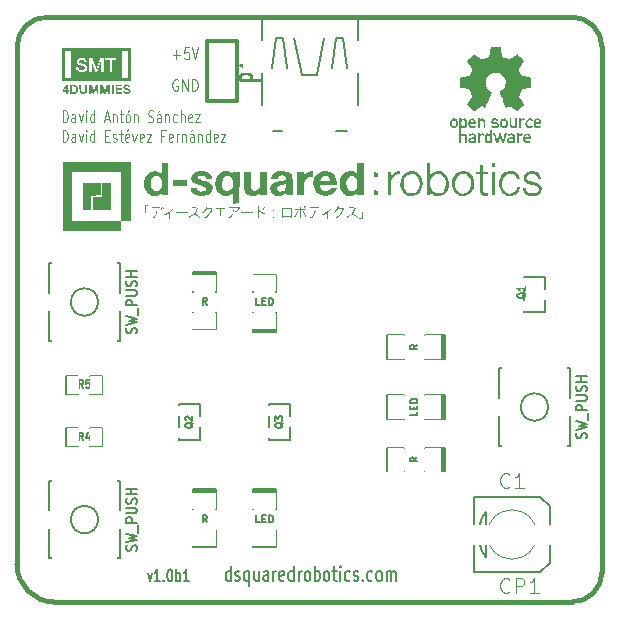
<source format=gto>
G04 (created by PCBNEW (2013-mar-13)-testing) date Mon 25 Mar 2013 12:49:15 PM CET*
%MOIN*%
G04 Gerber Fmt 3.4, Leading zero omitted, Abs format*
%FSLAX34Y34*%
G01*
G70*
G90*
G04 APERTURE LIST*
%ADD10C,2.3622e-06*%
%ADD11C,0.0049*%
%ADD12C,0.007375*%
%ADD13C,0.0074*%
%ADD14C,0.0047*%
%ADD15C,0.0079*%
%ADD16C,0.015*%
%ADD17C,0.005*%
%ADD18C,0.008*%
%ADD19C,0.0001*%
%ADD20C,0.004*%
%ADD21C,0.006*%
%ADD22C,0.012*%
%ADD23C,0.0035*%
%ADD24C,0.0107*%
%ADD25R,0.042874X0.062874*%
%ADD26R,0.055074X0.078774*%
%ADD27R,0.027474X0.107874*%
%ADD28R,0.086574X0.106274*%
%ADD29R,0.024874X0.087874*%
%ADD30C,0.047874*%
%ADD31R,0.145574X0.070774*%
%ADD32R,0.062974X0.122074*%
%ADD33R,0.042874X0.031874*%
%ADD34R,0.062874X0.062874*%
%ADD35C,0.062874*%
%ADD36R,0.078774X0.055074*%
%ADD37C,0.072874*%
G04 APERTURE END LIST*
G54D10*
G54D11*
X54110Y-30334D02*
X54080Y-30315D01*
X54035Y-30315D01*
X53990Y-30334D01*
X53960Y-30371D01*
X53945Y-30409D01*
X53930Y-30484D01*
X53930Y-30540D01*
X53945Y-30615D01*
X53960Y-30653D01*
X53990Y-30690D01*
X54035Y-30709D01*
X54065Y-30709D01*
X54110Y-30690D01*
X54125Y-30671D01*
X54125Y-30540D01*
X54065Y-30540D01*
X54260Y-30709D02*
X54260Y-30315D01*
X54440Y-30709D01*
X54440Y-30315D01*
X54590Y-30709D02*
X54590Y-30315D01*
X54665Y-30315D01*
X54710Y-30334D01*
X54740Y-30371D01*
X54755Y-30409D01*
X54770Y-30484D01*
X54770Y-30540D01*
X54755Y-30615D01*
X54740Y-30653D01*
X54710Y-30690D01*
X54665Y-30709D01*
X54590Y-30709D01*
X53945Y-29509D02*
X54185Y-29509D01*
X54065Y-29659D02*
X54065Y-29359D01*
X54485Y-29265D02*
X54335Y-29265D01*
X54320Y-29453D01*
X54335Y-29434D01*
X54365Y-29415D01*
X54440Y-29415D01*
X54470Y-29434D01*
X54485Y-29453D01*
X54500Y-29490D01*
X54500Y-29584D01*
X54485Y-29621D01*
X54470Y-29640D01*
X54440Y-29659D01*
X54365Y-29659D01*
X54335Y-29640D01*
X54320Y-29621D01*
X54590Y-29265D02*
X54695Y-29659D01*
X54800Y-29265D01*
G54D12*
X53104Y-46796D02*
X53174Y-47059D01*
X53245Y-46796D01*
X53512Y-47059D02*
X53343Y-47059D01*
X53427Y-47059D02*
X53427Y-46665D01*
X53399Y-46721D01*
X53371Y-46759D01*
X53343Y-46778D01*
X53638Y-47021D02*
X53652Y-47040D01*
X53638Y-47059D01*
X53624Y-47040D01*
X53638Y-47021D01*
X53638Y-47059D01*
X53835Y-46665D02*
X53863Y-46665D01*
X53891Y-46684D01*
X53905Y-46703D01*
X53919Y-46740D01*
X53933Y-46815D01*
X53933Y-46909D01*
X53919Y-46984D01*
X53905Y-47021D01*
X53891Y-47040D01*
X53863Y-47059D01*
X53835Y-47059D01*
X53807Y-47040D01*
X53792Y-47021D01*
X53778Y-46984D01*
X53764Y-46909D01*
X53764Y-46815D01*
X53778Y-46740D01*
X53792Y-46703D01*
X53807Y-46684D01*
X53835Y-46665D01*
X54059Y-47059D02*
X54059Y-46665D01*
X54059Y-46815D02*
X54087Y-46796D01*
X54144Y-46796D01*
X54172Y-46815D01*
X54186Y-46834D01*
X54200Y-46871D01*
X54200Y-46984D01*
X54186Y-47021D01*
X54172Y-47040D01*
X54144Y-47059D01*
X54087Y-47059D01*
X54059Y-47040D01*
X54481Y-47059D02*
X54312Y-47059D01*
X54397Y-47059D02*
X54397Y-46665D01*
X54368Y-46721D01*
X54340Y-46759D01*
X54312Y-46778D01*
G54D13*
G54D14*
X50274Y-31759D02*
X50274Y-31365D01*
X50344Y-31365D01*
X50386Y-31384D01*
X50414Y-31421D01*
X50428Y-31459D01*
X50442Y-31534D01*
X50442Y-31590D01*
X50428Y-31665D01*
X50414Y-31703D01*
X50386Y-31740D01*
X50344Y-31759D01*
X50274Y-31759D01*
X50695Y-31759D02*
X50695Y-31553D01*
X50681Y-31515D01*
X50653Y-31496D01*
X50597Y-31496D01*
X50569Y-31515D01*
X50695Y-31740D02*
X50667Y-31759D01*
X50597Y-31759D01*
X50569Y-31740D01*
X50555Y-31703D01*
X50555Y-31665D01*
X50569Y-31628D01*
X50597Y-31609D01*
X50667Y-31609D01*
X50695Y-31590D01*
X50808Y-31496D02*
X50878Y-31759D01*
X50948Y-31496D01*
X51060Y-31759D02*
X51060Y-31496D01*
X51060Y-31365D02*
X51046Y-31384D01*
X51060Y-31403D01*
X51075Y-31384D01*
X51060Y-31365D01*
X51060Y-31403D01*
X51327Y-31759D02*
X51327Y-31365D01*
X51327Y-31740D02*
X51299Y-31759D01*
X51243Y-31759D01*
X51215Y-31740D01*
X51201Y-31721D01*
X51187Y-31684D01*
X51187Y-31571D01*
X51201Y-31534D01*
X51215Y-31515D01*
X51243Y-31496D01*
X51299Y-31496D01*
X51327Y-31515D01*
X51679Y-31646D02*
X51819Y-31646D01*
X51650Y-31759D02*
X51749Y-31365D01*
X51847Y-31759D01*
X51945Y-31496D02*
X51945Y-31759D01*
X51945Y-31534D02*
X51960Y-31515D01*
X51988Y-31496D01*
X52030Y-31496D01*
X52058Y-31515D01*
X52072Y-31553D01*
X52072Y-31759D01*
X52170Y-31496D02*
X52283Y-31496D01*
X52212Y-31365D02*
X52212Y-31703D01*
X52226Y-31740D01*
X52255Y-31759D01*
X52283Y-31759D01*
X52423Y-31759D02*
X52395Y-31740D01*
X52381Y-31721D01*
X52367Y-31684D01*
X52367Y-31571D01*
X52381Y-31534D01*
X52395Y-31515D01*
X52423Y-31496D01*
X52465Y-31496D01*
X52493Y-31515D01*
X52507Y-31534D01*
X52521Y-31571D01*
X52521Y-31684D01*
X52507Y-31721D01*
X52493Y-31740D01*
X52465Y-31759D01*
X52423Y-31759D01*
X52479Y-31346D02*
X52437Y-31403D01*
X52648Y-31496D02*
X52648Y-31759D01*
X52648Y-31534D02*
X52662Y-31515D01*
X52690Y-31496D01*
X52732Y-31496D01*
X52760Y-31515D01*
X52774Y-31553D01*
X52774Y-31759D01*
X53125Y-31740D02*
X53168Y-31759D01*
X53238Y-31759D01*
X53266Y-31740D01*
X53280Y-31721D01*
X53294Y-31684D01*
X53294Y-31646D01*
X53280Y-31609D01*
X53266Y-31590D01*
X53238Y-31571D01*
X53182Y-31553D01*
X53154Y-31534D01*
X53140Y-31515D01*
X53125Y-31478D01*
X53125Y-31440D01*
X53140Y-31403D01*
X53154Y-31384D01*
X53182Y-31365D01*
X53252Y-31365D01*
X53294Y-31384D01*
X53547Y-31759D02*
X53547Y-31553D01*
X53533Y-31515D01*
X53505Y-31496D01*
X53449Y-31496D01*
X53420Y-31515D01*
X53547Y-31740D02*
X53519Y-31759D01*
X53449Y-31759D01*
X53420Y-31740D01*
X53406Y-31703D01*
X53406Y-31665D01*
X53420Y-31628D01*
X53449Y-31609D01*
X53519Y-31609D01*
X53547Y-31590D01*
X53505Y-31346D02*
X53463Y-31403D01*
X53687Y-31496D02*
X53687Y-31759D01*
X53687Y-31534D02*
X53701Y-31515D01*
X53730Y-31496D01*
X53772Y-31496D01*
X53800Y-31515D01*
X53814Y-31553D01*
X53814Y-31759D01*
X54081Y-31740D02*
X54053Y-31759D01*
X53996Y-31759D01*
X53968Y-31740D01*
X53954Y-31721D01*
X53940Y-31684D01*
X53940Y-31571D01*
X53954Y-31534D01*
X53968Y-31515D01*
X53996Y-31496D01*
X54053Y-31496D01*
X54081Y-31515D01*
X54207Y-31759D02*
X54207Y-31365D01*
X54334Y-31759D02*
X54334Y-31553D01*
X54319Y-31515D01*
X54291Y-31496D01*
X54249Y-31496D01*
X54221Y-31515D01*
X54207Y-31534D01*
X54586Y-31740D02*
X54558Y-31759D01*
X54502Y-31759D01*
X54474Y-31740D01*
X54460Y-31703D01*
X54460Y-31553D01*
X54474Y-31515D01*
X54502Y-31496D01*
X54558Y-31496D01*
X54586Y-31515D01*
X54600Y-31553D01*
X54600Y-31590D01*
X54460Y-31628D01*
X54699Y-31496D02*
X54853Y-31496D01*
X54699Y-31759D01*
X54853Y-31759D01*
G54D15*
X55878Y-47057D02*
X55878Y-46545D01*
X55878Y-47032D02*
X55844Y-47057D01*
X55776Y-47057D01*
X55743Y-47032D01*
X55726Y-47008D01*
X55709Y-46959D01*
X55709Y-46813D01*
X55726Y-46764D01*
X55743Y-46740D01*
X55776Y-46715D01*
X55844Y-46715D01*
X55878Y-46740D01*
X56029Y-47032D02*
X56063Y-47057D01*
X56130Y-47057D01*
X56164Y-47032D01*
X56181Y-46984D01*
X56181Y-46959D01*
X56164Y-46910D01*
X56130Y-46886D01*
X56080Y-46886D01*
X56046Y-46862D01*
X56029Y-46813D01*
X56029Y-46789D01*
X56046Y-46740D01*
X56080Y-46715D01*
X56130Y-46715D01*
X56164Y-46740D01*
X56484Y-46715D02*
X56484Y-47227D01*
X56484Y-47032D02*
X56451Y-47057D01*
X56383Y-47057D01*
X56350Y-47032D01*
X56333Y-47008D01*
X56316Y-46959D01*
X56316Y-46813D01*
X56333Y-46764D01*
X56350Y-46740D01*
X56383Y-46715D01*
X56451Y-46715D01*
X56484Y-46740D01*
X56805Y-46715D02*
X56805Y-47057D01*
X56653Y-46715D02*
X56653Y-46984D01*
X56670Y-47032D01*
X56704Y-47057D01*
X56754Y-47057D01*
X56788Y-47032D01*
X56805Y-47008D01*
X57125Y-47057D02*
X57125Y-46789D01*
X57108Y-46740D01*
X57075Y-46715D01*
X57007Y-46715D01*
X56973Y-46740D01*
X57125Y-47032D02*
X57091Y-47057D01*
X57007Y-47057D01*
X56973Y-47032D01*
X56957Y-46984D01*
X56957Y-46935D01*
X56973Y-46886D01*
X57007Y-46862D01*
X57091Y-46862D01*
X57125Y-46837D01*
X57294Y-47057D02*
X57294Y-46715D01*
X57294Y-46813D02*
X57311Y-46764D01*
X57327Y-46740D01*
X57361Y-46715D01*
X57395Y-46715D01*
X57648Y-47032D02*
X57614Y-47057D01*
X57547Y-47057D01*
X57513Y-47032D01*
X57496Y-46984D01*
X57496Y-46789D01*
X57513Y-46740D01*
X57547Y-46715D01*
X57614Y-46715D01*
X57648Y-46740D01*
X57665Y-46789D01*
X57665Y-46837D01*
X57496Y-46886D01*
X57968Y-47057D02*
X57968Y-46545D01*
X57968Y-47032D02*
X57934Y-47057D01*
X57867Y-47057D01*
X57833Y-47032D01*
X57816Y-47008D01*
X57799Y-46959D01*
X57799Y-46813D01*
X57816Y-46764D01*
X57833Y-46740D01*
X57867Y-46715D01*
X57934Y-46715D01*
X57968Y-46740D01*
X58137Y-47057D02*
X58137Y-46715D01*
X58137Y-46813D02*
X58153Y-46764D01*
X58170Y-46740D01*
X58204Y-46715D01*
X58238Y-46715D01*
X58406Y-47057D02*
X58373Y-47032D01*
X58356Y-47008D01*
X58339Y-46959D01*
X58339Y-46813D01*
X58356Y-46764D01*
X58373Y-46740D01*
X58406Y-46715D01*
X58457Y-46715D01*
X58491Y-46740D01*
X58507Y-46764D01*
X58524Y-46813D01*
X58524Y-46959D01*
X58507Y-47008D01*
X58491Y-47032D01*
X58457Y-47057D01*
X58406Y-47057D01*
X58676Y-47057D02*
X58676Y-46545D01*
X58676Y-46740D02*
X58710Y-46715D01*
X58777Y-46715D01*
X58811Y-46740D01*
X58828Y-46764D01*
X58845Y-46813D01*
X58845Y-46959D01*
X58828Y-47008D01*
X58811Y-47032D01*
X58777Y-47057D01*
X58710Y-47057D01*
X58676Y-47032D01*
X59047Y-47057D02*
X59013Y-47032D01*
X58996Y-47008D01*
X58979Y-46959D01*
X58979Y-46813D01*
X58996Y-46764D01*
X59013Y-46740D01*
X59047Y-46715D01*
X59097Y-46715D01*
X59131Y-46740D01*
X59148Y-46764D01*
X59165Y-46813D01*
X59165Y-46959D01*
X59148Y-47008D01*
X59131Y-47032D01*
X59097Y-47057D01*
X59047Y-47057D01*
X59266Y-46715D02*
X59401Y-46715D01*
X59317Y-46545D02*
X59317Y-46984D01*
X59333Y-47032D01*
X59367Y-47057D01*
X59401Y-47057D01*
X59519Y-47057D02*
X59519Y-46715D01*
X59519Y-46545D02*
X59502Y-46569D01*
X59519Y-46594D01*
X59536Y-46569D01*
X59519Y-46545D01*
X59519Y-46594D01*
X59839Y-47032D02*
X59805Y-47057D01*
X59738Y-47057D01*
X59704Y-47032D01*
X59687Y-47008D01*
X59671Y-46959D01*
X59671Y-46813D01*
X59687Y-46764D01*
X59704Y-46740D01*
X59738Y-46715D01*
X59805Y-46715D01*
X59839Y-46740D01*
X59974Y-47032D02*
X60008Y-47057D01*
X60075Y-47057D01*
X60109Y-47032D01*
X60126Y-46984D01*
X60126Y-46959D01*
X60109Y-46910D01*
X60075Y-46886D01*
X60025Y-46886D01*
X59991Y-46862D01*
X59974Y-46813D01*
X59974Y-46789D01*
X59991Y-46740D01*
X60025Y-46715D01*
X60075Y-46715D01*
X60109Y-46740D01*
X60277Y-47008D02*
X60294Y-47032D01*
X60277Y-47057D01*
X60261Y-47032D01*
X60277Y-47008D01*
X60277Y-47057D01*
X60598Y-47032D02*
X60564Y-47057D01*
X60497Y-47057D01*
X60463Y-47032D01*
X60446Y-47008D01*
X60429Y-46959D01*
X60429Y-46813D01*
X60446Y-46764D01*
X60463Y-46740D01*
X60497Y-46715D01*
X60564Y-46715D01*
X60598Y-46740D01*
X60800Y-47057D02*
X60766Y-47032D01*
X60749Y-47008D01*
X60733Y-46959D01*
X60733Y-46813D01*
X60749Y-46764D01*
X60766Y-46740D01*
X60800Y-46715D01*
X60851Y-46715D01*
X60884Y-46740D01*
X60901Y-46764D01*
X60918Y-46813D01*
X60918Y-46959D01*
X60901Y-47008D01*
X60884Y-47032D01*
X60851Y-47057D01*
X60800Y-47057D01*
X61070Y-47057D02*
X61070Y-46715D01*
X61070Y-46764D02*
X61087Y-46740D01*
X61120Y-46715D01*
X61171Y-46715D01*
X61205Y-46740D01*
X61221Y-46789D01*
X61221Y-47057D01*
X61221Y-46789D02*
X61238Y-46740D01*
X61272Y-46715D01*
X61323Y-46715D01*
X61356Y-46740D01*
X61373Y-46789D01*
X61373Y-47057D01*
G54D11*
X50277Y-32409D02*
X50277Y-32015D01*
X50348Y-32015D01*
X50390Y-32034D01*
X50418Y-32071D01*
X50432Y-32109D01*
X50446Y-32184D01*
X50446Y-32240D01*
X50432Y-32315D01*
X50418Y-32353D01*
X50390Y-32390D01*
X50348Y-32409D01*
X50277Y-32409D01*
X50699Y-32409D02*
X50699Y-32203D01*
X50685Y-32165D01*
X50657Y-32146D01*
X50600Y-32146D01*
X50572Y-32165D01*
X50699Y-32390D02*
X50671Y-32409D01*
X50600Y-32409D01*
X50572Y-32390D01*
X50558Y-32353D01*
X50558Y-32315D01*
X50572Y-32278D01*
X50600Y-32259D01*
X50671Y-32259D01*
X50699Y-32240D01*
X50811Y-32146D02*
X50881Y-32409D01*
X50952Y-32146D01*
X51064Y-32409D02*
X51064Y-32146D01*
X51064Y-32015D02*
X51050Y-32034D01*
X51064Y-32053D01*
X51078Y-32034D01*
X51064Y-32015D01*
X51064Y-32053D01*
X51331Y-32409D02*
X51331Y-32015D01*
X51331Y-32390D02*
X51303Y-32409D01*
X51247Y-32409D01*
X51219Y-32390D01*
X51205Y-32371D01*
X51190Y-32334D01*
X51190Y-32221D01*
X51205Y-32184D01*
X51219Y-32165D01*
X51247Y-32146D01*
X51303Y-32146D01*
X51331Y-32165D01*
X51696Y-32203D02*
X51795Y-32203D01*
X51837Y-32409D02*
X51696Y-32409D01*
X51696Y-32015D01*
X51837Y-32015D01*
X51949Y-32390D02*
X51977Y-32409D01*
X52033Y-32409D01*
X52061Y-32390D01*
X52075Y-32353D01*
X52075Y-32334D01*
X52061Y-32296D01*
X52033Y-32278D01*
X51991Y-32278D01*
X51963Y-32259D01*
X51949Y-32221D01*
X51949Y-32203D01*
X51963Y-32165D01*
X51991Y-32146D01*
X52033Y-32146D01*
X52061Y-32165D01*
X52160Y-32146D02*
X52272Y-32146D01*
X52202Y-32015D02*
X52202Y-32353D01*
X52216Y-32390D01*
X52244Y-32409D01*
X52272Y-32409D01*
X52483Y-32390D02*
X52455Y-32409D01*
X52399Y-32409D01*
X52370Y-32390D01*
X52356Y-32353D01*
X52356Y-32203D01*
X52370Y-32165D01*
X52399Y-32146D01*
X52455Y-32146D01*
X52483Y-32165D01*
X52497Y-32203D01*
X52497Y-32240D01*
X52356Y-32278D01*
X52455Y-31996D02*
X52413Y-32053D01*
X52595Y-32146D02*
X52665Y-32409D01*
X52736Y-32146D01*
X52960Y-32390D02*
X52932Y-32409D01*
X52876Y-32409D01*
X52848Y-32390D01*
X52834Y-32353D01*
X52834Y-32203D01*
X52848Y-32165D01*
X52876Y-32146D01*
X52932Y-32146D01*
X52960Y-32165D01*
X52975Y-32203D01*
X52975Y-32240D01*
X52834Y-32278D01*
X53073Y-32146D02*
X53227Y-32146D01*
X53073Y-32409D01*
X53227Y-32409D01*
X53663Y-32203D02*
X53565Y-32203D01*
X53565Y-32409D02*
X53565Y-32015D01*
X53705Y-32015D01*
X53930Y-32390D02*
X53902Y-32409D01*
X53845Y-32409D01*
X53817Y-32390D01*
X53803Y-32353D01*
X53803Y-32203D01*
X53817Y-32165D01*
X53845Y-32146D01*
X53902Y-32146D01*
X53930Y-32165D01*
X53944Y-32203D01*
X53944Y-32240D01*
X53803Y-32278D01*
X54070Y-32409D02*
X54070Y-32146D01*
X54070Y-32221D02*
X54084Y-32184D01*
X54098Y-32165D01*
X54126Y-32146D01*
X54154Y-32146D01*
X54253Y-32146D02*
X54253Y-32409D01*
X54253Y-32184D02*
X54267Y-32165D01*
X54295Y-32146D01*
X54337Y-32146D01*
X54365Y-32165D01*
X54379Y-32203D01*
X54379Y-32409D01*
X54646Y-32409D02*
X54646Y-32203D01*
X54632Y-32165D01*
X54604Y-32146D01*
X54548Y-32146D01*
X54520Y-32165D01*
X54646Y-32390D02*
X54618Y-32409D01*
X54548Y-32409D01*
X54520Y-32390D01*
X54506Y-32353D01*
X54506Y-32315D01*
X54520Y-32278D01*
X54548Y-32259D01*
X54618Y-32259D01*
X54646Y-32240D01*
X54604Y-31996D02*
X54562Y-32053D01*
X54787Y-32146D02*
X54787Y-32409D01*
X54787Y-32184D02*
X54801Y-32165D01*
X54829Y-32146D01*
X54871Y-32146D01*
X54899Y-32165D01*
X54913Y-32203D01*
X54913Y-32409D01*
X55180Y-32409D02*
X55180Y-32015D01*
X55180Y-32390D02*
X55152Y-32409D01*
X55096Y-32409D01*
X55068Y-32390D01*
X55054Y-32371D01*
X55039Y-32334D01*
X55039Y-32221D01*
X55054Y-32184D01*
X55068Y-32165D01*
X55096Y-32146D01*
X55152Y-32146D01*
X55180Y-32165D01*
X55433Y-32390D02*
X55405Y-32409D01*
X55349Y-32409D01*
X55320Y-32390D01*
X55306Y-32353D01*
X55306Y-32203D01*
X55320Y-32165D01*
X55349Y-32146D01*
X55405Y-32146D01*
X55433Y-32165D01*
X55447Y-32203D01*
X55447Y-32240D01*
X55306Y-32278D01*
X55545Y-32146D02*
X55700Y-32146D01*
X55545Y-32409D01*
X55700Y-32409D01*
G54D16*
X67250Y-28250D02*
X49750Y-28250D01*
X68250Y-46750D02*
X68250Y-29250D01*
X68250Y-29250D02*
G75*
G03X67250Y-28250I-1000J0D01*
G74*
G01*
X50000Y-47750D02*
X67250Y-47750D01*
X48750Y-46500D02*
X48750Y-29250D01*
X48750Y-46500D02*
G75*
G03X50000Y-47750I1250J0D01*
G74*
G01*
X67250Y-47750D02*
G75*
G03X68250Y-46750I0J1000D01*
G74*
G01*
X49750Y-28250D02*
G75*
G03X48750Y-29250I0J-1000D01*
G74*
G01*
G54D17*
X50800Y-42550D02*
X50400Y-42550D01*
X50400Y-42550D02*
X50400Y-41950D01*
X50400Y-41950D02*
X50800Y-41950D01*
X51200Y-41950D02*
X51600Y-41950D01*
X51600Y-41950D02*
X51600Y-42550D01*
X51600Y-42550D02*
X51200Y-42550D01*
X50800Y-40800D02*
X50400Y-40800D01*
X50400Y-40800D02*
X50400Y-40200D01*
X50400Y-40200D02*
X50800Y-40200D01*
X51200Y-40200D02*
X51600Y-40200D01*
X51600Y-40200D02*
X51600Y-40800D01*
X51600Y-40800D02*
X51200Y-40800D01*
G54D18*
X63004Y-38856D02*
X62335Y-38856D01*
X63004Y-39644D02*
X62335Y-39644D01*
X61094Y-38856D02*
X61665Y-38856D01*
X61094Y-39644D02*
X61665Y-39644D01*
X63004Y-38856D02*
X63004Y-39644D01*
X62965Y-39644D02*
X62965Y-38856D01*
X61094Y-38856D02*
X61094Y-39644D01*
X62906Y-38856D02*
X62906Y-39644D01*
G54D19*
G36*
X52232Y-35388D02*
X52232Y-35048D01*
X50594Y-35048D01*
X50594Y-33412D01*
X52232Y-33412D01*
X52232Y-35048D01*
X52541Y-35048D01*
X52541Y-33085D01*
X50275Y-33085D01*
X50275Y-35388D01*
X50594Y-35388D01*
X50594Y-35048D01*
X50594Y-35388D01*
X52232Y-35388D01*
X52232Y-35388D01*
G37*
G36*
X60287Y-34983D02*
X60287Y-34856D01*
X60287Y-34804D01*
X60284Y-34756D01*
X60280Y-34735D01*
X60271Y-34729D01*
X60269Y-34730D01*
X60263Y-34743D01*
X60258Y-34778D01*
X60258Y-34840D01*
X60258Y-34956D01*
X60206Y-34956D01*
X60200Y-34956D01*
X60166Y-34957D01*
X60155Y-34968D01*
X60157Y-34975D01*
X60174Y-34981D01*
X60222Y-34983D01*
X60287Y-34983D01*
X60287Y-34983D01*
G37*
G36*
X53831Y-34972D02*
X53837Y-34972D01*
X53843Y-34959D01*
X53848Y-34929D01*
X53848Y-34869D01*
X53848Y-34765D01*
X53902Y-34716D01*
X53929Y-34687D01*
X53945Y-34665D01*
X53942Y-34654D01*
X53936Y-34653D01*
X53912Y-34664D01*
X53874Y-34696D01*
X53864Y-34705D01*
X53804Y-34750D01*
X53734Y-34791D01*
X53670Y-34816D01*
X53664Y-34819D01*
X53656Y-34837D01*
X53659Y-34840D01*
X53672Y-34848D01*
X53702Y-34838D01*
X53756Y-34813D01*
X53761Y-34810D01*
X53798Y-34794D01*
X53818Y-34784D01*
X53818Y-34791D01*
X53820Y-34826D01*
X53818Y-34880D01*
X53818Y-34910D01*
X53818Y-34951D01*
X53821Y-34970D01*
X53831Y-34972D01*
X53831Y-34972D01*
G37*
G36*
X59094Y-34972D02*
X59101Y-34972D01*
X59107Y-34959D01*
X59112Y-34929D01*
X59112Y-34869D01*
X59112Y-34765D01*
X59166Y-34716D01*
X59194Y-34687D01*
X59210Y-34665D01*
X59207Y-34654D01*
X59200Y-34653D01*
X59178Y-34664D01*
X59140Y-34696D01*
X59129Y-34705D01*
X59066Y-34750D01*
X58997Y-34791D01*
X58934Y-34816D01*
X58928Y-34819D01*
X58919Y-34837D01*
X58924Y-34840D01*
X58937Y-34848D01*
X58967Y-34838D01*
X59021Y-34813D01*
X59026Y-34810D01*
X59062Y-34794D01*
X59081Y-34784D01*
X59081Y-34791D01*
X59083Y-34826D01*
X59081Y-34880D01*
X59081Y-34910D01*
X59081Y-34951D01*
X59086Y-34970D01*
X59094Y-34972D01*
X59094Y-34972D01*
G37*
G36*
X54992Y-34956D02*
X55008Y-34956D01*
X55044Y-34938D01*
X55073Y-34921D01*
X55139Y-34862D01*
X55198Y-34789D01*
X55241Y-34716D01*
X55260Y-34648D01*
X55262Y-34621D01*
X55171Y-34621D01*
X55139Y-34621D01*
X55096Y-34621D01*
X55079Y-34618D01*
X55081Y-34614D01*
X55092Y-34588D01*
X55098Y-34575D01*
X55100Y-34556D01*
X55094Y-34551D01*
X55074Y-34557D01*
X55051Y-34599D01*
X55046Y-34605D01*
X55016Y-34654D01*
X54976Y-34702D01*
X54943Y-34737D01*
X54930Y-34756D01*
X54936Y-34770D01*
X54936Y-34770D01*
X54952Y-34772D01*
X54971Y-34756D01*
X55009Y-34716D01*
X55068Y-34653D01*
X55144Y-34646D01*
X55192Y-34644D01*
X55217Y-34653D01*
X55217Y-34676D01*
X55195Y-34726D01*
X55181Y-34754D01*
X55133Y-34816D01*
X55073Y-34873D01*
X55019Y-34912D01*
X54995Y-34924D01*
X54977Y-34934D01*
X54977Y-34934D01*
X54986Y-34948D01*
X54992Y-34956D01*
X54992Y-34956D01*
G37*
G36*
X58200Y-34964D02*
X58206Y-34964D01*
X58213Y-34956D01*
X58217Y-34935D01*
X58217Y-34892D01*
X58219Y-34819D01*
X58219Y-34672D01*
X58310Y-34672D01*
X58364Y-34672D01*
X58390Y-34668D01*
X58397Y-34659D01*
X58397Y-34659D01*
X58390Y-34651D01*
X58364Y-34646D01*
X58308Y-34644D01*
X58219Y-34644D01*
X58219Y-34600D01*
X58219Y-34594D01*
X58216Y-34567D01*
X58200Y-34560D01*
X58195Y-34560D01*
X58184Y-34568D01*
X58181Y-34600D01*
X58181Y-34644D01*
X58090Y-34644D01*
X58036Y-34646D01*
X58010Y-34651D01*
X58003Y-34659D01*
X58003Y-34659D01*
X58010Y-34668D01*
X58036Y-34672D01*
X58092Y-34672D01*
X58181Y-34672D01*
X58181Y-34819D01*
X58181Y-34867D01*
X58183Y-34921D01*
X58184Y-34951D01*
X58192Y-34962D01*
X58200Y-34964D01*
X58200Y-34964D01*
G37*
G36*
X59371Y-34956D02*
X59388Y-34956D01*
X59425Y-34938D01*
X59453Y-34921D01*
X59520Y-34862D01*
X59578Y-34789D01*
X59621Y-34716D01*
X59641Y-34648D01*
X59642Y-34621D01*
X59552Y-34621D01*
X59520Y-34621D01*
X59477Y-34621D01*
X59459Y-34618D01*
X59461Y-34614D01*
X59472Y-34588D01*
X59479Y-34575D01*
X59480Y-34556D01*
X59474Y-34551D01*
X59455Y-34557D01*
X59431Y-34599D01*
X59426Y-34605D01*
X59396Y-34654D01*
X59356Y-34702D01*
X59323Y-34737D01*
X59310Y-34756D01*
X59317Y-34770D01*
X59317Y-34770D01*
X59329Y-34772D01*
X59351Y-34756D01*
X59390Y-34716D01*
X59448Y-34653D01*
X59524Y-34646D01*
X59572Y-34644D01*
X59598Y-34653D01*
X59598Y-34676D01*
X59576Y-34726D01*
X59561Y-34754D01*
X59513Y-34816D01*
X59453Y-34873D01*
X59399Y-34912D01*
X59375Y-34924D01*
X59358Y-34934D01*
X59356Y-34934D01*
X59364Y-34948D01*
X59371Y-34956D01*
X59371Y-34956D01*
G37*
G36*
X53286Y-34953D02*
X53324Y-34934D01*
X53340Y-34924D01*
X53394Y-34864D01*
X53422Y-34784D01*
X53431Y-34732D01*
X53518Y-34730D01*
X53564Y-34729D01*
X53594Y-34724D01*
X53604Y-34716D01*
X53602Y-34708D01*
X53586Y-34705D01*
X53554Y-34702D01*
X53496Y-34700D01*
X53405Y-34700D01*
X53335Y-34700D01*
X53270Y-34702D01*
X53232Y-34705D01*
X53213Y-34708D01*
X53208Y-34716D01*
X53208Y-34716D01*
X53215Y-34724D01*
X53243Y-34729D01*
X53297Y-34729D01*
X53327Y-34729D01*
X53370Y-34732D01*
X53392Y-34737D01*
X53392Y-34754D01*
X53383Y-34794D01*
X53381Y-34800D01*
X53345Y-34869D01*
X53286Y-34914D01*
X53270Y-34921D01*
X53262Y-34940D01*
X53267Y-34948D01*
X53286Y-34953D01*
X53286Y-34953D01*
G37*
G36*
X55819Y-34953D02*
X55840Y-34946D01*
X55878Y-34924D01*
X55910Y-34899D01*
X55962Y-34827D01*
X55986Y-34730D01*
X55988Y-34696D01*
X55984Y-34676D01*
X55973Y-34672D01*
X55958Y-34678D01*
X55954Y-34708D01*
X55938Y-34794D01*
X55895Y-34864D01*
X55829Y-34912D01*
X55826Y-34914D01*
X55800Y-34927D01*
X55802Y-34940D01*
X55807Y-34945D01*
X55819Y-34953D01*
X55819Y-34953D01*
G37*
G36*
X56790Y-34956D02*
X56801Y-34953D01*
X56807Y-34940D01*
X56809Y-34908D01*
X56809Y-34848D01*
X56809Y-34800D01*
X56812Y-34756D01*
X56813Y-34740D01*
X56834Y-34746D01*
X56876Y-34762D01*
X56921Y-34786D01*
X56958Y-34808D01*
X56963Y-34810D01*
X56995Y-34826D01*
X57012Y-34821D01*
X57014Y-34821D01*
X57025Y-34804D01*
X57012Y-34795D01*
X56974Y-34773D01*
X56917Y-34748D01*
X56809Y-34696D01*
X56809Y-34627D01*
X56809Y-34584D01*
X56802Y-34564D01*
X56790Y-34560D01*
X56785Y-34560D01*
X56779Y-34564D01*
X56774Y-34579D01*
X56772Y-34611D01*
X56772Y-34670D01*
X56772Y-34756D01*
X56772Y-34800D01*
X56772Y-34873D01*
X56772Y-34918D01*
X56777Y-34942D01*
X56780Y-34953D01*
X56790Y-34956D01*
X56790Y-34956D01*
G37*
G36*
X58537Y-34953D02*
X58573Y-34935D01*
X58616Y-34905D01*
X58662Y-34848D01*
X58680Y-34783D01*
X58680Y-34759D01*
X58691Y-34740D01*
X58718Y-34730D01*
X58775Y-34729D01*
X58824Y-34729D01*
X58850Y-34724D01*
X58859Y-34716D01*
X58854Y-34708D01*
X58842Y-34705D01*
X58807Y-34702D01*
X58748Y-34700D01*
X58660Y-34700D01*
X58591Y-34700D01*
X58526Y-34702D01*
X58487Y-34705D01*
X58468Y-34708D01*
X58464Y-34716D01*
X58464Y-34716D01*
X58472Y-34724D01*
X58500Y-34729D01*
X58559Y-34729D01*
X58654Y-34729D01*
X58648Y-34770D01*
X58643Y-34784D01*
X58610Y-34858D01*
X58554Y-34908D01*
X58529Y-34924D01*
X58518Y-34942D01*
X58519Y-34948D01*
X58537Y-34953D01*
X58537Y-34953D01*
G37*
G36*
X54496Y-34938D02*
X54526Y-34924D01*
X54530Y-34921D01*
X54574Y-34892D01*
X54619Y-34854D01*
X54630Y-34845D01*
X54664Y-34815D01*
X54682Y-34804D01*
X54690Y-34810D01*
X54720Y-34837D01*
X54761Y-34875D01*
X54779Y-34892D01*
X54822Y-34929D01*
X54846Y-34938D01*
X54854Y-34923D01*
X54847Y-34910D01*
X54820Y-34880D01*
X54776Y-34838D01*
X54701Y-34770D01*
X54720Y-34741D01*
X54738Y-34716D01*
X54761Y-34668D01*
X54779Y-34629D01*
X54782Y-34608D01*
X54782Y-34605D01*
X54761Y-34600D01*
X54714Y-34599D01*
X54647Y-34597D01*
X54636Y-34597D01*
X54571Y-34599D01*
X54534Y-34600D01*
X54520Y-34605D01*
X54515Y-34614D01*
X54517Y-34622D01*
X54533Y-34627D01*
X54565Y-34629D01*
X54628Y-34627D01*
X54679Y-34627D01*
X54725Y-34627D01*
X54739Y-34632D01*
X54739Y-34632D01*
X54731Y-34653D01*
X54712Y-34692D01*
X54706Y-34702D01*
X54652Y-34772D01*
X54584Y-34837D01*
X54520Y-34886D01*
X54500Y-34897D01*
X54479Y-34914D01*
X54479Y-34929D01*
X54482Y-34935D01*
X54496Y-34938D01*
X54496Y-34938D01*
G37*
G36*
X57293Y-34945D02*
X57308Y-34942D01*
X57317Y-34921D01*
X57314Y-34905D01*
X57293Y-34899D01*
X57277Y-34902D01*
X57269Y-34921D01*
X57271Y-34935D01*
X57293Y-34945D01*
X57293Y-34945D01*
G37*
G36*
X57889Y-34945D02*
X57900Y-34942D01*
X57904Y-34932D01*
X57906Y-34905D01*
X57908Y-34856D01*
X57908Y-34776D01*
X57908Y-34608D01*
X57569Y-34600D01*
X57569Y-34778D01*
X57571Y-34858D01*
X57571Y-34905D01*
X57576Y-34932D01*
X57580Y-34942D01*
X57589Y-34945D01*
X57595Y-34945D01*
X57608Y-34927D01*
X57608Y-34880D01*
X57608Y-34635D01*
X57871Y-34635D01*
X57871Y-34880D01*
X57608Y-34880D01*
X57608Y-34927D01*
X57608Y-34923D01*
X57612Y-34914D01*
X57632Y-34910D01*
X57671Y-34908D01*
X57740Y-34908D01*
X57768Y-34908D01*
X57827Y-34908D01*
X57857Y-34910D01*
X57870Y-34916D01*
X57871Y-34927D01*
X57871Y-34932D01*
X57889Y-34945D01*
X57889Y-34945D01*
G37*
G36*
X59750Y-34938D02*
X59782Y-34924D01*
X59785Y-34921D01*
X59826Y-34892D01*
X59874Y-34854D01*
X59885Y-34845D01*
X59917Y-34815D01*
X59936Y-34804D01*
X59945Y-34810D01*
X59976Y-34837D01*
X60017Y-34875D01*
X60034Y-34892D01*
X60077Y-34929D01*
X60101Y-34938D01*
X60107Y-34923D01*
X60101Y-34910D01*
X60073Y-34880D01*
X60031Y-34838D01*
X59956Y-34770D01*
X59974Y-34741D01*
X59990Y-34716D01*
X60017Y-34668D01*
X60034Y-34629D01*
X60038Y-34608D01*
X60038Y-34605D01*
X60017Y-34600D01*
X59969Y-34599D01*
X59900Y-34597D01*
X59891Y-34597D01*
X59826Y-34599D01*
X59790Y-34600D01*
X59772Y-34605D01*
X59771Y-34614D01*
X59772Y-34622D01*
X59785Y-34627D01*
X59820Y-34629D01*
X59882Y-34627D01*
X59934Y-34627D01*
X59977Y-34627D01*
X59995Y-34632D01*
X59995Y-34632D01*
X59987Y-34653D01*
X59965Y-34692D01*
X59958Y-34702D01*
X59906Y-34772D01*
X59839Y-34837D01*
X59772Y-34886D01*
X59755Y-34897D01*
X59734Y-34914D01*
X59734Y-34929D01*
X59738Y-34935D01*
X59750Y-34938D01*
X59750Y-34938D01*
G37*
G36*
X58014Y-34923D02*
X58030Y-34912D01*
X58054Y-34873D01*
X58060Y-34864D01*
X58079Y-34824D01*
X58097Y-34780D01*
X58109Y-34743D01*
X58111Y-34729D01*
X58094Y-34724D01*
X58092Y-34722D01*
X58076Y-34735D01*
X58060Y-34776D01*
X58040Y-34826D01*
X58016Y-34867D01*
X58000Y-34894D01*
X58003Y-34912D01*
X58014Y-34923D01*
X58014Y-34923D01*
G37*
G36*
X58381Y-34921D02*
X58394Y-34914D01*
X58405Y-34902D01*
X58394Y-34881D01*
X58392Y-34878D01*
X58373Y-34845D01*
X58349Y-34800D01*
X58330Y-34756D01*
X58324Y-34730D01*
X58324Y-34730D01*
X58308Y-34719D01*
X58291Y-34726D01*
X58291Y-34730D01*
X58297Y-34759D01*
X58314Y-34802D01*
X58338Y-34851D01*
X58360Y-34892D01*
X58367Y-34903D01*
X58381Y-34921D01*
X58381Y-34921D01*
G37*
G36*
X55535Y-34899D02*
X55559Y-34899D01*
X55640Y-34897D01*
X55692Y-34897D01*
X55721Y-34892D01*
X55735Y-34888D01*
X55738Y-34881D01*
X55738Y-34878D01*
X55727Y-34869D01*
X55699Y-34867D01*
X55643Y-34869D01*
X55549Y-34870D01*
X55549Y-34642D01*
X55627Y-34646D01*
X55675Y-34646D01*
X55694Y-34644D01*
X55699Y-34633D01*
X55699Y-34627D01*
X55688Y-34621D01*
X55662Y-34618D01*
X55614Y-34616D01*
X55535Y-34616D01*
X55476Y-34616D01*
X55420Y-34618D01*
X55387Y-34621D01*
X55375Y-34624D01*
X55370Y-34633D01*
X55375Y-34644D01*
X55394Y-34646D01*
X55441Y-34646D01*
X55511Y-34642D01*
X55511Y-34870D01*
X55422Y-34869D01*
X55398Y-34867D01*
X55355Y-34867D01*
X55338Y-34870D01*
X55333Y-34881D01*
X55333Y-34884D01*
X55338Y-34891D01*
X55354Y-34894D01*
X55387Y-34897D01*
X55446Y-34897D01*
X55535Y-34899D01*
X55535Y-34899D01*
G37*
G36*
X53044Y-34784D02*
X53048Y-34784D01*
X53054Y-34772D01*
X53057Y-34737D01*
X53057Y-34672D01*
X53057Y-34560D01*
X53105Y-34560D01*
X53141Y-34557D01*
X53152Y-34545D01*
X53152Y-34540D01*
X53135Y-34534D01*
X53092Y-34532D01*
X53029Y-34532D01*
X53029Y-34659D01*
X53032Y-34711D01*
X53032Y-34756D01*
X53035Y-34780D01*
X53044Y-34784D01*
X53044Y-34784D01*
G37*
G36*
X54252Y-34776D02*
X54295Y-34776D01*
X54368Y-34776D01*
X54414Y-34773D01*
X54437Y-34772D01*
X54448Y-34765D01*
X54450Y-34756D01*
X54450Y-34752D01*
X54444Y-34746D01*
X54428Y-34741D01*
X54396Y-34740D01*
X54340Y-34740D01*
X54252Y-34740D01*
X54210Y-34740D01*
X54137Y-34740D01*
X54090Y-34740D01*
X54066Y-34743D01*
X54058Y-34748D01*
X54055Y-34756D01*
X54055Y-34761D01*
X54059Y-34767D01*
X54074Y-34772D01*
X54107Y-34776D01*
X54166Y-34776D01*
X54252Y-34776D01*
X54252Y-34776D01*
G37*
G36*
X56423Y-34776D02*
X56466Y-34776D01*
X56539Y-34776D01*
X56585Y-34773D01*
X56610Y-34772D01*
X56618Y-34765D01*
X56621Y-34756D01*
X56621Y-34752D01*
X56617Y-34746D01*
X56602Y-34741D01*
X56569Y-34740D01*
X56510Y-34740D01*
X56423Y-34740D01*
X56381Y-34740D01*
X56308Y-34740D01*
X56262Y-34740D01*
X56237Y-34743D01*
X56228Y-34748D01*
X56226Y-34756D01*
X56226Y-34761D01*
X56230Y-34767D01*
X56245Y-34772D01*
X56278Y-34776D01*
X56336Y-34776D01*
X56423Y-34776D01*
X56423Y-34776D01*
G37*
G36*
X56027Y-34759D02*
X56057Y-34750D01*
X56107Y-34711D01*
X56122Y-34696D01*
X56150Y-34657D01*
X56170Y-34621D01*
X56174Y-34597D01*
X56172Y-34597D01*
X56142Y-34592D01*
X56078Y-34588D01*
X55986Y-34588D01*
X55934Y-34588D01*
X55867Y-34588D01*
X55826Y-34592D01*
X55808Y-34594D01*
X55802Y-34600D01*
X55802Y-34605D01*
X55813Y-34610D01*
X55837Y-34614D01*
X55886Y-34616D01*
X55967Y-34616D01*
X56057Y-34618D01*
X56113Y-34621D01*
X56132Y-34627D01*
X56131Y-34632D01*
X56111Y-34654D01*
X56078Y-34687D01*
X56046Y-34718D01*
X56024Y-34729D01*
X56012Y-34735D01*
X56021Y-34754D01*
X56027Y-34759D01*
X56027Y-34759D01*
G37*
G36*
X57293Y-34719D02*
X57308Y-34718D01*
X57317Y-34696D01*
X57314Y-34681D01*
X57293Y-34672D01*
X57277Y-34675D01*
X57269Y-34696D01*
X57271Y-34711D01*
X57293Y-34719D01*
X57293Y-34719D01*
G37*
G36*
X53575Y-34670D02*
X53588Y-34664D01*
X53586Y-34642D01*
X53572Y-34611D01*
X53551Y-34597D01*
X53543Y-34599D01*
X53539Y-34608D01*
X53554Y-34640D01*
X53556Y-34644D01*
X53575Y-34670D01*
X53575Y-34670D01*
G37*
G36*
X56977Y-34670D02*
X56990Y-34665D01*
X56990Y-34653D01*
X56975Y-34624D01*
X56956Y-34599D01*
X56941Y-34592D01*
X56936Y-34608D01*
X56952Y-34638D01*
X56960Y-34651D01*
X56977Y-34670D01*
X56977Y-34670D01*
G37*
G36*
X57031Y-34646D02*
X57040Y-34638D01*
X57025Y-34603D01*
X57012Y-34584D01*
X56996Y-34568D01*
X56995Y-34568D01*
X56986Y-34581D01*
X57004Y-34618D01*
X57007Y-34624D01*
X57031Y-34646D01*
X57031Y-34646D01*
G37*
G36*
X53632Y-34644D02*
X53640Y-34633D01*
X53632Y-34610D01*
X53608Y-34570D01*
X53594Y-34573D01*
X53591Y-34579D01*
X53602Y-34611D01*
X53615Y-34632D01*
X53632Y-34644D01*
X53632Y-34644D01*
G37*
G36*
X58356Y-34616D02*
X58364Y-34616D01*
X58367Y-34605D01*
X58349Y-34575D01*
X58338Y-34557D01*
X58316Y-34546D01*
X58310Y-34551D01*
X58310Y-34564D01*
X58330Y-34594D01*
X58336Y-34603D01*
X58356Y-34616D01*
X58356Y-34616D01*
G37*
G36*
X58660Y-34616D02*
X58669Y-34616D01*
X58742Y-34616D01*
X58786Y-34614D01*
X58805Y-34610D01*
X58811Y-34600D01*
X58811Y-34600D01*
X58805Y-34594D01*
X58781Y-34590D01*
X58735Y-34588D01*
X58660Y-34588D01*
X58654Y-34588D01*
X58580Y-34588D01*
X58537Y-34590D01*
X58516Y-34594D01*
X58508Y-34600D01*
X58511Y-34603D01*
X58516Y-34610D01*
X58540Y-34614D01*
X58584Y-34616D01*
X58660Y-34616D01*
X58660Y-34616D01*
G37*
G36*
X53388Y-34608D02*
X53446Y-34608D01*
X53491Y-34605D01*
X53513Y-34600D01*
X53519Y-34592D01*
X53515Y-34586D01*
X53497Y-34581D01*
X53456Y-34579D01*
X53388Y-34579D01*
X53329Y-34579D01*
X53284Y-34581D01*
X53260Y-34586D01*
X53256Y-34592D01*
X53258Y-34599D01*
X53278Y-34603D01*
X53316Y-34605D01*
X53388Y-34608D01*
X53388Y-34608D01*
G37*
G36*
X58405Y-34599D02*
X58416Y-34592D01*
X58410Y-34573D01*
X58392Y-34545D01*
X58373Y-34532D01*
X58367Y-34532D01*
X58362Y-34540D01*
X58375Y-34570D01*
X58386Y-34584D01*
X58405Y-34599D01*
X58405Y-34599D01*
G37*
G36*
X55945Y-34467D02*
X56165Y-34460D01*
X56170Y-33404D01*
X55951Y-33404D01*
X55954Y-33439D01*
X55954Y-33458D01*
X55954Y-33482D01*
X55954Y-33482D01*
X55940Y-33477D01*
X55913Y-33452D01*
X55876Y-33426D01*
X55794Y-33393D01*
X55690Y-33387D01*
X55668Y-33390D01*
X55565Y-33417D01*
X55481Y-33477D01*
X55416Y-33564D01*
X55375Y-33674D01*
X55362Y-33806D01*
X55362Y-33812D01*
X55376Y-33940D01*
X55418Y-34048D01*
X55483Y-34130D01*
X55570Y-34186D01*
X55675Y-34210D01*
X55721Y-34210D01*
X55787Y-34200D01*
X55787Y-34048D01*
X55711Y-34041D01*
X55649Y-34006D01*
X55630Y-33984D01*
X55597Y-33914D01*
X55584Y-33825D01*
X55586Y-33735D01*
X55603Y-33670D01*
X55646Y-33598D01*
X55708Y-33558D01*
X55783Y-33549D01*
X55816Y-33553D01*
X55878Y-33590D01*
X55924Y-33657D01*
X55927Y-33663D01*
X55940Y-33700D01*
X55948Y-33741D01*
X55949Y-33804D01*
X55949Y-33823D01*
X55948Y-33876D01*
X55938Y-33912D01*
X55924Y-33949D01*
X55902Y-33985D01*
X55865Y-34022D01*
X55856Y-34028D01*
X55787Y-34048D01*
X55787Y-34200D01*
X55819Y-34192D01*
X55902Y-34146D01*
X55945Y-34106D01*
X55945Y-34467D01*
X55945Y-34467D01*
G37*
G36*
X53377Y-34210D02*
X53405Y-34206D01*
X53405Y-34048D01*
X53346Y-34044D01*
X53314Y-34028D01*
X53262Y-33974D01*
X53227Y-33897D01*
X53215Y-33804D01*
X53215Y-33789D01*
X53227Y-33685D01*
X53264Y-33609D01*
X53323Y-33564D01*
X53402Y-33549D01*
X53453Y-33555D01*
X53510Y-33585D01*
X53554Y-33649D01*
X53562Y-33663D01*
X53573Y-33698D01*
X53578Y-33736D01*
X53580Y-33800D01*
X53580Y-33830D01*
X53578Y-33879D01*
X53569Y-33914D01*
X53554Y-33951D01*
X53537Y-33981D01*
X53496Y-34024D01*
X53470Y-34038D01*
X53405Y-34048D01*
X53405Y-34206D01*
X53453Y-34197D01*
X53474Y-34190D01*
X53543Y-34146D01*
X53584Y-34106D01*
X53584Y-34192D01*
X53800Y-34192D01*
X53800Y-33102D01*
X53575Y-33102D01*
X53575Y-33490D01*
X53532Y-33452D01*
X53489Y-33422D01*
X53399Y-33391D01*
X53302Y-33387D01*
X53206Y-33411D01*
X53156Y-33441D01*
X53092Y-33501D01*
X53044Y-33566D01*
X53016Y-33638D01*
X52994Y-33757D01*
X52999Y-33873D01*
X53027Y-33984D01*
X53076Y-34078D01*
X53150Y-34152D01*
X53240Y-34200D01*
X53292Y-34208D01*
X53377Y-34210D01*
X53377Y-34210D01*
G37*
G36*
X54952Y-34210D02*
X55046Y-34197D01*
X55124Y-34173D01*
X55202Y-34117D01*
X55252Y-34041D01*
X55268Y-33949D01*
X55267Y-33909D01*
X55243Y-33836D01*
X55189Y-33782D01*
X55154Y-33760D01*
X55109Y-33741D01*
X55044Y-33722D01*
X54952Y-33700D01*
X54914Y-33692D01*
X54839Y-33666D01*
X54796Y-33639D01*
X54781Y-33609D01*
X54781Y-33603D01*
X54792Y-33560D01*
X54836Y-33534D01*
X54889Y-33528D01*
X54958Y-33538D01*
X55009Y-33566D01*
X55038Y-33612D01*
X55044Y-33638D01*
X55146Y-33638D01*
X55171Y-33638D01*
X55224Y-33638D01*
X55246Y-33627D01*
X55247Y-33603D01*
X55235Y-33560D01*
X55214Y-33523D01*
X55159Y-33458D01*
X55084Y-33412D01*
X55062Y-33404D01*
X55025Y-33396D01*
X54977Y-33391D01*
X54906Y-33390D01*
X54830Y-33391D01*
X54749Y-33402D01*
X54685Y-33423D01*
X54634Y-33463D01*
X54623Y-33471D01*
X54576Y-33544D01*
X54558Y-33638D01*
X54560Y-33655D01*
X54571Y-33711D01*
X54599Y-33757D01*
X54652Y-33793D01*
X54731Y-33825D01*
X54844Y-33858D01*
X54863Y-33862D01*
X54944Y-33886D01*
X54998Y-33908D01*
X55031Y-33927D01*
X55046Y-33952D01*
X55051Y-33970D01*
X55040Y-34014D01*
X55006Y-34046D01*
X54954Y-34065D01*
X54893Y-34068D01*
X54833Y-34054D01*
X54781Y-34020D01*
X54766Y-34000D01*
X54750Y-33963D01*
X54750Y-33940D01*
X54536Y-33940D01*
X54544Y-33979D01*
X54547Y-34000D01*
X54566Y-34057D01*
X54601Y-34104D01*
X54664Y-34156D01*
X54766Y-34197D01*
X54850Y-34208D01*
X54952Y-34210D01*
X54952Y-34210D01*
G37*
G36*
X56617Y-34210D02*
X56680Y-34203D01*
X56761Y-34176D01*
X56826Y-34124D01*
X56856Y-34089D01*
X56856Y-34192D01*
X57072Y-34192D01*
X57072Y-33404D01*
X56848Y-33404D01*
X56845Y-33663D01*
X56844Y-33754D01*
X56842Y-33834D01*
X56839Y-33888D01*
X56834Y-33922D01*
X56831Y-33944D01*
X56822Y-33963D01*
X56812Y-33981D01*
X56761Y-34024D01*
X56686Y-34038D01*
X56642Y-34035D01*
X56606Y-34017D01*
X56591Y-34006D01*
X56574Y-33990D01*
X56563Y-33963D01*
X56556Y-33927D01*
X56552Y-33871D01*
X56550Y-33787D01*
X56548Y-33674D01*
X56545Y-33404D01*
X56321Y-33404D01*
X56321Y-33631D01*
X56321Y-33703D01*
X56323Y-33843D01*
X56332Y-33952D01*
X56347Y-34038D01*
X56366Y-34098D01*
X56396Y-34143D01*
X56437Y-34173D01*
X56489Y-34197D01*
X56542Y-34208D01*
X56617Y-34210D01*
X56617Y-34210D01*
G37*
G36*
X57442Y-34210D02*
X57522Y-34206D01*
X57522Y-34068D01*
X57470Y-34057D01*
X57446Y-34044D01*
X57418Y-33996D01*
X57418Y-33938D01*
X57427Y-33916D01*
X57446Y-33895D01*
X57481Y-33876D01*
X57536Y-33860D01*
X57622Y-33843D01*
X57628Y-33841D01*
X57677Y-33830D01*
X57706Y-33822D01*
X57709Y-33822D01*
X57719Y-33822D01*
X57720Y-33838D01*
X57719Y-33886D01*
X57714Y-33922D01*
X57690Y-34000D01*
X57644Y-34046D01*
X57641Y-34048D01*
X57587Y-34065D01*
X57522Y-34068D01*
X57522Y-34206D01*
X57539Y-34206D01*
X57630Y-34184D01*
X57698Y-34147D01*
X57725Y-34125D01*
X57742Y-34192D01*
X57965Y-34192D01*
X57954Y-34167D01*
X57949Y-34141D01*
X57946Y-34076D01*
X57941Y-33976D01*
X57936Y-33841D01*
X57936Y-33801D01*
X57935Y-33692D01*
X57932Y-33612D01*
X57925Y-33555D01*
X57919Y-33519D01*
X57906Y-33493D01*
X57889Y-33474D01*
X57865Y-33452D01*
X57828Y-33428D01*
X57749Y-33402D01*
X57641Y-33387D01*
X57598Y-33387D01*
X57463Y-33398D01*
X57360Y-33433D01*
X57282Y-33493D01*
X57277Y-33498D01*
X57239Y-33562D01*
X57222Y-33628D01*
X57223Y-33639D01*
X57236Y-33646D01*
X57269Y-33649D01*
X57330Y-33649D01*
X57436Y-33649D01*
X57449Y-33609D01*
X57472Y-33564D01*
X57515Y-33538D01*
X57582Y-33530D01*
X57649Y-33536D01*
X57690Y-33558D01*
X57712Y-33601D01*
X57719Y-33631D01*
X57712Y-33666D01*
X57679Y-33692D01*
X57622Y-33711D01*
X57528Y-33726D01*
X57485Y-33733D01*
X57392Y-33750D01*
X57328Y-33769D01*
X57282Y-33795D01*
X57244Y-33830D01*
X57212Y-33882D01*
X57193Y-33966D01*
X57204Y-34057D01*
X57228Y-34104D01*
X57280Y-34158D01*
X57344Y-34195D01*
X57355Y-34200D01*
X57442Y-34210D01*
X57442Y-34210D01*
G37*
G36*
X59066Y-34210D02*
X59153Y-34197D01*
X59239Y-34165D01*
X59317Y-34104D01*
X59375Y-34011D01*
X59404Y-33952D01*
X59218Y-33949D01*
X59177Y-33990D01*
X59161Y-34003D01*
X59090Y-34044D01*
X59004Y-34048D01*
X58930Y-34024D01*
X58878Y-33970D01*
X58850Y-33890D01*
X58846Y-33855D01*
X59023Y-33855D01*
X59023Y-33714D01*
X58961Y-33714D01*
X58897Y-33714D01*
X58861Y-33706D01*
X58848Y-33696D01*
X58853Y-33674D01*
X58867Y-33642D01*
X58907Y-33588D01*
X58973Y-33553D01*
X59053Y-33549D01*
X59102Y-33562D01*
X59156Y-33612D01*
X59191Y-33687D01*
X59196Y-33714D01*
X59023Y-33714D01*
X59023Y-33855D01*
X59129Y-33855D01*
X59189Y-33855D01*
X59285Y-33855D01*
X59350Y-33854D01*
X59390Y-33847D01*
X59412Y-33836D01*
X59418Y-33819D01*
X59418Y-33790D01*
X59412Y-33752D01*
X59390Y-33655D01*
X59340Y-33544D01*
X59267Y-33463D01*
X59170Y-33409D01*
X59056Y-33387D01*
X58972Y-33390D01*
X58865Y-33417D01*
X58768Y-33477D01*
X58697Y-33558D01*
X58651Y-33660D01*
X58630Y-33771D01*
X58634Y-33886D01*
X58669Y-33994D01*
X58729Y-34084D01*
X58742Y-34100D01*
X58818Y-34162D01*
X58904Y-34197D01*
X58969Y-34208D01*
X59066Y-34210D01*
X59066Y-34210D01*
G37*
G36*
X59891Y-34210D02*
X59920Y-34206D01*
X59920Y-34048D01*
X59858Y-34044D01*
X59828Y-34028D01*
X59777Y-33974D01*
X59742Y-33897D01*
X59729Y-33804D01*
X59729Y-33790D01*
X59742Y-33685D01*
X59777Y-33609D01*
X59836Y-33564D01*
X59915Y-33549D01*
X59966Y-33555D01*
X60025Y-33585D01*
X60068Y-33649D01*
X60074Y-33663D01*
X60088Y-33698D01*
X60092Y-33736D01*
X60095Y-33800D01*
X60095Y-33830D01*
X60092Y-33879D01*
X60084Y-33914D01*
X60068Y-33951D01*
X60049Y-33981D01*
X60010Y-34024D01*
X59982Y-34038D01*
X59920Y-34048D01*
X59920Y-34206D01*
X59966Y-34197D01*
X59988Y-34190D01*
X60058Y-34146D01*
X60098Y-34106D01*
X60098Y-34192D01*
X60314Y-34192D01*
X60314Y-33102D01*
X60090Y-33102D01*
X60090Y-33490D01*
X60044Y-33452D01*
X60019Y-33430D01*
X59934Y-33393D01*
X59831Y-33387D01*
X59803Y-33390D01*
X59710Y-33417D01*
X59630Y-33476D01*
X59626Y-33477D01*
X59561Y-33566D01*
X59522Y-33672D01*
X59507Y-33787D01*
X59518Y-33906D01*
X59555Y-34016D01*
X59617Y-34108D01*
X59663Y-34152D01*
X59753Y-34200D01*
X59807Y-34208D01*
X59891Y-34210D01*
X59891Y-34210D01*
G37*
G36*
X61924Y-34212D02*
X62018Y-34195D01*
X62101Y-34160D01*
X62144Y-34128D01*
X62196Y-34068D01*
X62233Y-34009D01*
X62266Y-33914D01*
X62278Y-33789D01*
X62261Y-33670D01*
X62218Y-33564D01*
X62148Y-33477D01*
X62056Y-33415D01*
X62042Y-33409D01*
X62006Y-33396D01*
X61967Y-33391D01*
X61904Y-33390D01*
X61861Y-33390D01*
X61816Y-33393D01*
X61783Y-33402D01*
X61742Y-33420D01*
X61715Y-33436D01*
X61630Y-33508D01*
X61570Y-33606D01*
X61537Y-33722D01*
X61532Y-33847D01*
X61556Y-33963D01*
X61610Y-34070D01*
X61691Y-34147D01*
X61796Y-34200D01*
X61829Y-34208D01*
X61900Y-34210D01*
X61900Y-34132D01*
X61842Y-34128D01*
X61775Y-34100D01*
X61704Y-34035D01*
X61656Y-33946D01*
X61634Y-33838D01*
X61634Y-33747D01*
X61662Y-33642D01*
X61712Y-33560D01*
X61786Y-33501D01*
X61877Y-33474D01*
X61894Y-33471D01*
X61982Y-33484D01*
X62060Y-33528D01*
X62123Y-33598D01*
X62161Y-33690D01*
X62177Y-33795D01*
X62172Y-33854D01*
X62147Y-33963D01*
X62093Y-34050D01*
X62015Y-34111D01*
X61967Y-34125D01*
X61900Y-34132D01*
X61900Y-34210D01*
X61924Y-34212D01*
X61924Y-34212D01*
G37*
G36*
X62807Y-34210D02*
X62855Y-34206D01*
X62903Y-34197D01*
X62950Y-34176D01*
X62969Y-34165D01*
X63049Y-34098D01*
X63106Y-34003D01*
X63138Y-33888D01*
X63142Y-33757D01*
X63131Y-33681D01*
X63092Y-33564D01*
X63028Y-33476D01*
X62939Y-33415D01*
X62881Y-33396D01*
X62790Y-33385D01*
X62706Y-33393D01*
X62671Y-33406D01*
X62596Y-33450D01*
X62542Y-33506D01*
X62514Y-33549D01*
X62514Y-33102D01*
X62412Y-33102D01*
X62412Y-33657D01*
X62412Y-33793D01*
X62412Y-33916D01*
X62414Y-34020D01*
X62414Y-34104D01*
X62417Y-34158D01*
X62417Y-34179D01*
X62425Y-34186D01*
X62464Y-34192D01*
X62504Y-34192D01*
X62504Y-34122D01*
X62504Y-34102D01*
X62507Y-34068D01*
X62512Y-34059D01*
X62520Y-34071D01*
X62533Y-34089D01*
X62600Y-34156D01*
X62688Y-34200D01*
X62736Y-34208D01*
X62801Y-34210D01*
X62801Y-34132D01*
X62714Y-34124D01*
X62639Y-34092D01*
X62634Y-34087D01*
X62579Y-34027D01*
X62537Y-33946D01*
X62525Y-33892D01*
X62520Y-33806D01*
X62525Y-33717D01*
X62542Y-33649D01*
X62555Y-33616D01*
X62612Y-33538D01*
X62688Y-33490D01*
X62788Y-33474D01*
X62825Y-33476D01*
X62866Y-33482D01*
X62903Y-33501D01*
X62958Y-33547D01*
X63012Y-33628D01*
X63038Y-33736D01*
X63038Y-33862D01*
X63022Y-33952D01*
X62976Y-34041D01*
X62906Y-34104D01*
X62885Y-34114D01*
X62801Y-34132D01*
X62801Y-34210D01*
X62807Y-34210D01*
X62807Y-34210D01*
G37*
G36*
X63649Y-34210D02*
X63743Y-34195D01*
X63818Y-34162D01*
X63848Y-34141D01*
X63924Y-34059D01*
X63973Y-33951D01*
X63995Y-33822D01*
X63995Y-33817D01*
X63984Y-33690D01*
X63946Y-33577D01*
X63876Y-33487D01*
X63786Y-33420D01*
X63757Y-33409D01*
X63724Y-33396D01*
X63684Y-33391D01*
X63624Y-33390D01*
X63583Y-33390D01*
X63538Y-33393D01*
X63503Y-33402D01*
X63462Y-33420D01*
X63412Y-33450D01*
X63360Y-33493D01*
X63354Y-33501D01*
X63293Y-33598D01*
X63259Y-33714D01*
X63254Y-33838D01*
X63278Y-33962D01*
X63278Y-33963D01*
X63330Y-34068D01*
X63410Y-34147D01*
X63516Y-34200D01*
X63557Y-34208D01*
X63628Y-34210D01*
X63628Y-34136D01*
X63608Y-34135D01*
X63516Y-34111D01*
X63443Y-34057D01*
X63384Y-33968D01*
X63373Y-33940D01*
X63362Y-33906D01*
X63356Y-33866D01*
X63356Y-33804D01*
X63356Y-33758D01*
X63360Y-33714D01*
X63368Y-33679D01*
X63384Y-33638D01*
X63401Y-33609D01*
X63460Y-33534D01*
X63530Y-33488D01*
X63624Y-33476D01*
X63635Y-33476D01*
X63691Y-33480D01*
X63734Y-33495D01*
X63749Y-33504D01*
X63822Y-33571D01*
X63872Y-33661D01*
X63894Y-33774D01*
X63894Y-33780D01*
X63886Y-33898D01*
X63848Y-33998D01*
X63788Y-34074D01*
X63702Y-34124D01*
X63680Y-34130D01*
X63628Y-34136D01*
X63628Y-34210D01*
X63649Y-34210D01*
X63649Y-34210D01*
G37*
G36*
X65190Y-34212D02*
X65226Y-34210D01*
X65330Y-34189D01*
X65414Y-34135D01*
X65474Y-34052D01*
X65518Y-33938D01*
X65520Y-33920D01*
X65509Y-33912D01*
X65473Y-33912D01*
X65420Y-33912D01*
X65414Y-33949D01*
X65401Y-33992D01*
X65363Y-34052D01*
X65317Y-34098D01*
X65263Y-34124D01*
X65177Y-34135D01*
X65090Y-34113D01*
X65015Y-34060D01*
X65012Y-34059D01*
X64985Y-34017D01*
X64955Y-33968D01*
X64942Y-33940D01*
X64931Y-33906D01*
X64926Y-33866D01*
X64926Y-33804D01*
X64926Y-33758D01*
X64928Y-33714D01*
X64937Y-33679D01*
X64955Y-33638D01*
X64956Y-33636D01*
X65012Y-33552D01*
X65084Y-33495D01*
X65095Y-33490D01*
X65161Y-33476D01*
X65239Y-33476D01*
X65302Y-33493D01*
X65345Y-33528D01*
X65384Y-33582D01*
X65408Y-33631D01*
X65412Y-33646D01*
X65425Y-33655D01*
X65462Y-33657D01*
X65484Y-33657D01*
X65507Y-33650D01*
X65509Y-33631D01*
X65496Y-33584D01*
X65473Y-33530D01*
X65414Y-33460D01*
X65341Y-33412D01*
X65336Y-33409D01*
X65300Y-33398D01*
X65257Y-33391D01*
X65194Y-33390D01*
X65153Y-33390D01*
X65107Y-33393D01*
X65074Y-33402D01*
X65032Y-33420D01*
X65023Y-33426D01*
X64933Y-33493D01*
X64868Y-33585D01*
X64831Y-33703D01*
X64823Y-33834D01*
X64825Y-33843D01*
X64848Y-33966D01*
X64902Y-34070D01*
X64982Y-34147D01*
X65086Y-34200D01*
X65086Y-34200D01*
X65134Y-34208D01*
X65190Y-34212D01*
X65190Y-34212D01*
G37*
G36*
X65885Y-34208D02*
X65960Y-34208D01*
X66035Y-34201D01*
X66089Y-34189D01*
X66125Y-34171D01*
X66173Y-34138D01*
X66224Y-34074D01*
X66246Y-33998D01*
X66238Y-33920D01*
X66198Y-33852D01*
X66132Y-33798D01*
X66101Y-33787D01*
X66043Y-33769D01*
X65974Y-33752D01*
X65879Y-33728D01*
X65812Y-33704D01*
X65768Y-33676D01*
X65744Y-33644D01*
X65732Y-33609D01*
X65738Y-33573D01*
X65755Y-33536D01*
X65808Y-33495D01*
X65881Y-33474D01*
X65968Y-33477D01*
X66028Y-33495D01*
X66086Y-33542D01*
X66114Y-33609D01*
X66119Y-33631D01*
X66133Y-33642D01*
X66170Y-33644D01*
X66220Y-33646D01*
X66216Y-33606D01*
X66197Y-33541D01*
X66144Y-33463D01*
X66068Y-33411D01*
X65989Y-33390D01*
X65896Y-33387D01*
X65808Y-33402D01*
X65762Y-33420D01*
X65689Y-33469D01*
X65646Y-33541D01*
X65636Y-33628D01*
X65636Y-33628D01*
X65650Y-33687D01*
X65678Y-33733D01*
X65730Y-33769D01*
X65809Y-33801D01*
X65922Y-33834D01*
X66000Y-33854D01*
X66071Y-33879D01*
X66114Y-33908D01*
X66138Y-33942D01*
X66143Y-33985D01*
X66143Y-34009D01*
X66119Y-34063D01*
X66065Y-34106D01*
X66030Y-34122D01*
X65993Y-34130D01*
X65938Y-34132D01*
X65903Y-34130D01*
X65855Y-34125D01*
X65819Y-34111D01*
X65777Y-34084D01*
X65728Y-34027D01*
X65711Y-33962D01*
X65708Y-33949D01*
X65695Y-33940D01*
X65658Y-33940D01*
X65604Y-33940D01*
X65611Y-33979D01*
X65620Y-34011D01*
X65644Y-34076D01*
X65676Y-34125D01*
X65684Y-34135D01*
X65738Y-34168D01*
X65809Y-34200D01*
X65825Y-34203D01*
X65885Y-34208D01*
X65885Y-34208D01*
G37*
G36*
X64451Y-34203D02*
X64451Y-34130D01*
X64391Y-34125D01*
X64367Y-34124D01*
X64339Y-34122D01*
X64319Y-34113D01*
X64307Y-34092D01*
X64300Y-34054D01*
X64296Y-33994D01*
X64294Y-33908D01*
X64294Y-33789D01*
X64291Y-33488D01*
X64451Y-33488D01*
X64451Y-33404D01*
X64291Y-33404D01*
X64291Y-33169D01*
X64188Y-33169D01*
X64188Y-33404D01*
X64056Y-33404D01*
X64056Y-33488D01*
X64188Y-33488D01*
X64189Y-33795D01*
X64189Y-33865D01*
X64192Y-33960D01*
X64194Y-34028D01*
X64196Y-34074D01*
X64200Y-34104D01*
X64205Y-34124D01*
X64211Y-34136D01*
X64226Y-34156D01*
X64264Y-34186D01*
X64304Y-34200D01*
X64373Y-34203D01*
X64451Y-34203D01*
X64451Y-34203D01*
G37*
G36*
X58324Y-34192D02*
X58324Y-33984D01*
X58324Y-33962D01*
X58324Y-33866D01*
X58325Y-33801D01*
X58330Y-33757D01*
X58336Y-33722D01*
X58354Y-33685D01*
X58405Y-33625D01*
X58478Y-33590D01*
X58567Y-33585D01*
X58615Y-33592D01*
X58608Y-33390D01*
X58562Y-33387D01*
X58552Y-33387D01*
X58468Y-33402D01*
X58388Y-33447D01*
X58330Y-33510D01*
X58313Y-33541D01*
X58313Y-33404D01*
X58097Y-33404D01*
X58097Y-34192D01*
X58324Y-34192D01*
X58324Y-34192D01*
G37*
G36*
X60776Y-34192D02*
X60770Y-34038D01*
X60635Y-34033D01*
X60635Y-34192D01*
X60776Y-34192D01*
X60776Y-34192D01*
G37*
G36*
X61216Y-34192D02*
X61219Y-33940D01*
X61219Y-33838D01*
X61222Y-33768D01*
X61224Y-33720D01*
X61229Y-33687D01*
X61235Y-33666D01*
X61243Y-33646D01*
X61284Y-33584D01*
X61362Y-33523D01*
X61459Y-33493D01*
X61510Y-33487D01*
X61510Y-33393D01*
X61472Y-33393D01*
X61456Y-33396D01*
X61369Y-33420D01*
X61289Y-33469D01*
X61232Y-33538D01*
X61213Y-33577D01*
X61207Y-33404D01*
X61114Y-33404D01*
X61114Y-34192D01*
X61216Y-34192D01*
X61216Y-34192D01*
G37*
G36*
X64675Y-34192D02*
X64675Y-33404D01*
X64583Y-33404D01*
X64583Y-34192D01*
X64675Y-34192D01*
X64675Y-34192D01*
G37*
G36*
X54420Y-33873D02*
X54420Y-33685D01*
X53953Y-33685D01*
X53953Y-33873D01*
X54420Y-33873D01*
X54420Y-33873D01*
G37*
G36*
X60776Y-33592D02*
X60770Y-33436D01*
X60635Y-33430D01*
X60635Y-33592D01*
X60776Y-33592D01*
X60776Y-33592D01*
G37*
G36*
X64675Y-33261D02*
X64675Y-33102D01*
X64583Y-33102D01*
X64583Y-33261D01*
X64675Y-33261D01*
X64675Y-33261D01*
G37*
G36*
X51215Y-34692D02*
X51221Y-34200D01*
X51534Y-34192D01*
X51534Y-33769D01*
X50934Y-33769D01*
X50934Y-34692D01*
X51215Y-34692D01*
X51215Y-34692D01*
G37*
G36*
X51893Y-34692D02*
X51893Y-33769D01*
X51593Y-33769D01*
X51593Y-34249D01*
X51282Y-34249D01*
X51282Y-34692D01*
X51893Y-34692D01*
X51893Y-34692D01*
G37*
G36*
X63897Y-32452D02*
X63911Y-32452D01*
X63911Y-32394D01*
X63882Y-32389D01*
X63863Y-32375D01*
X63856Y-32355D01*
X63856Y-32346D01*
X63871Y-32329D01*
X63872Y-32327D01*
X63878Y-32322D01*
X63889Y-32316D01*
X63907Y-32316D01*
X63936Y-32315D01*
X63991Y-32315D01*
X63989Y-32342D01*
X63989Y-32346D01*
X63985Y-32371D01*
X63975Y-32383D01*
X63955Y-32393D01*
X63947Y-32393D01*
X63911Y-32394D01*
X63911Y-32452D01*
X63926Y-32452D01*
X63951Y-32448D01*
X63960Y-32444D01*
X63977Y-32432D01*
X63984Y-32427D01*
X63989Y-32427D01*
X63991Y-32437D01*
X63991Y-32449D01*
X64051Y-32449D01*
X64051Y-32329D01*
X64051Y-32296D01*
X64049Y-32251D01*
X64049Y-32224D01*
X64046Y-32202D01*
X64042Y-32185D01*
X64036Y-32175D01*
X64028Y-32167D01*
X64024Y-32162D01*
X64003Y-32146D01*
X63969Y-32136D01*
X63930Y-32133D01*
X63913Y-32133D01*
X63878Y-32136D01*
X63851Y-32145D01*
X63828Y-32158D01*
X63815Y-32175D01*
X63863Y-32212D01*
X63872Y-32202D01*
X63878Y-32198D01*
X63897Y-32190D01*
X63926Y-32190D01*
X63941Y-32190D01*
X63969Y-32196D01*
X63985Y-32212D01*
X63991Y-32241D01*
X63991Y-32264D01*
X63923Y-32264D01*
X63893Y-32268D01*
X63872Y-32268D01*
X63856Y-32270D01*
X63850Y-32276D01*
X63828Y-32290D01*
X63806Y-32316D01*
X63798Y-32355D01*
X63798Y-32365D01*
X63808Y-32400D01*
X63828Y-32427D01*
X63865Y-32448D01*
X63872Y-32449D01*
X63897Y-32452D01*
X63897Y-32452D01*
G37*
G36*
X64445Y-32452D02*
X64465Y-32452D01*
X64469Y-32449D01*
X64469Y-32389D01*
X64445Y-32389D01*
X64435Y-32387D01*
X64417Y-32371D01*
X64407Y-32350D01*
X64406Y-32342D01*
X64402Y-32315D01*
X64402Y-32287D01*
X64402Y-32276D01*
X64402Y-32251D01*
X64406Y-32236D01*
X64413Y-32224D01*
X64420Y-32212D01*
X64441Y-32196D01*
X64469Y-32192D01*
X64479Y-32196D01*
X64502Y-32202D01*
X64518Y-32220D01*
X64526Y-32249D01*
X64530Y-32293D01*
X64530Y-32309D01*
X64526Y-32344D01*
X64518Y-32366D01*
X64502Y-32381D01*
X64491Y-32387D01*
X64469Y-32389D01*
X64469Y-32449D01*
X64485Y-32448D01*
X64509Y-32432D01*
X64522Y-32423D01*
X64530Y-32422D01*
X64531Y-32422D01*
X64531Y-32437D01*
X64531Y-32449D01*
X64592Y-32449D01*
X64592Y-32004D01*
X64531Y-32004D01*
X64531Y-32085D01*
X64531Y-32107D01*
X64531Y-32136D01*
X64531Y-32155D01*
X64530Y-32163D01*
X64530Y-32163D01*
X64519Y-32158D01*
X64502Y-32151D01*
X64491Y-32141D01*
X64474Y-32136D01*
X64452Y-32133D01*
X64428Y-32133D01*
X64406Y-32138D01*
X64406Y-32138D01*
X64379Y-32153D01*
X64358Y-32175D01*
X64346Y-32202D01*
X64346Y-32207D01*
X64341Y-32232D01*
X64341Y-32264D01*
X64340Y-32300D01*
X64341Y-32336D01*
X64341Y-32365D01*
X64346Y-32383D01*
X64350Y-32394D01*
X64370Y-32422D01*
X64400Y-32440D01*
X64417Y-32449D01*
X64445Y-32452D01*
X64445Y-32452D01*
G37*
G36*
X65185Y-32452D02*
X65197Y-32452D01*
X65197Y-32394D01*
X65177Y-32393D01*
X65168Y-32389D01*
X65151Y-32375D01*
X65151Y-32375D01*
X65145Y-32365D01*
X65145Y-32350D01*
X65146Y-32337D01*
X65151Y-32329D01*
X65163Y-32322D01*
X65168Y-32322D01*
X65191Y-32316D01*
X65229Y-32315D01*
X65279Y-32315D01*
X65273Y-32342D01*
X65273Y-32365D01*
X65264Y-32380D01*
X65254Y-32389D01*
X65245Y-32389D01*
X65223Y-32394D01*
X65197Y-32394D01*
X65197Y-32452D01*
X65214Y-32452D01*
X65236Y-32449D01*
X65245Y-32444D01*
X65263Y-32437D01*
X65269Y-32431D01*
X65273Y-32427D01*
X65279Y-32437D01*
X65279Y-32449D01*
X65337Y-32449D01*
X65336Y-32198D01*
X65321Y-32180D01*
X65308Y-32162D01*
X65288Y-32146D01*
X65284Y-32145D01*
X65271Y-32138D01*
X65258Y-32136D01*
X65241Y-32133D01*
X65207Y-32133D01*
X65203Y-32133D01*
X65168Y-32136D01*
X65146Y-32141D01*
X65129Y-32151D01*
X65111Y-32163D01*
X65100Y-32175D01*
X65126Y-32192D01*
X65132Y-32198D01*
X65145Y-32207D01*
X65149Y-32211D01*
X65155Y-32203D01*
X65167Y-32196D01*
X65191Y-32190D01*
X65220Y-32190D01*
X65250Y-32192D01*
X65264Y-32203D01*
X65271Y-32212D01*
X65279Y-32240D01*
X65279Y-32264D01*
X65220Y-32264D01*
X65197Y-32264D01*
X65156Y-32270D01*
X65129Y-32279D01*
X65110Y-32293D01*
X65094Y-32315D01*
X65090Y-32324D01*
X65087Y-32342D01*
X65087Y-32365D01*
X65087Y-32372D01*
X65090Y-32393D01*
X65100Y-32410D01*
X65119Y-32431D01*
X65151Y-32448D01*
X65160Y-32449D01*
X65185Y-32452D01*
X65185Y-32452D01*
G37*
G36*
X65771Y-32452D02*
X65793Y-32449D01*
X65832Y-32439D01*
X65865Y-32415D01*
X65879Y-32404D01*
X65860Y-32387D01*
X65858Y-32383D01*
X65841Y-32372D01*
X65832Y-32371D01*
X65821Y-32375D01*
X65792Y-32389D01*
X65757Y-32394D01*
X65726Y-32387D01*
X65718Y-32380D01*
X65701Y-32365D01*
X65691Y-32346D01*
X65691Y-32344D01*
X65689Y-32327D01*
X65687Y-32315D01*
X65687Y-32264D01*
X65689Y-32251D01*
X65697Y-32224D01*
X65709Y-32207D01*
X65727Y-32196D01*
X65740Y-32190D01*
X65769Y-32190D01*
X65793Y-32202D01*
X65804Y-32207D01*
X65815Y-32229D01*
X65822Y-32251D01*
X65822Y-32264D01*
X65687Y-32264D01*
X65687Y-32315D01*
X65887Y-32315D01*
X65887Y-32280D01*
X65879Y-32232D01*
X65865Y-32190D01*
X65836Y-32158D01*
X65800Y-32138D01*
X65754Y-32133D01*
X65737Y-32133D01*
X65718Y-32136D01*
X65697Y-32145D01*
X65689Y-32151D01*
X65659Y-32175D01*
X65636Y-32214D01*
X65635Y-32228D01*
X65631Y-32241D01*
X65630Y-32262D01*
X65630Y-32293D01*
X65630Y-32315D01*
X65630Y-32337D01*
X65631Y-32355D01*
X65636Y-32371D01*
X65653Y-32401D01*
X65687Y-32431D01*
X65723Y-32449D01*
X65727Y-32449D01*
X65748Y-32452D01*
X65771Y-32452D01*
X65771Y-32452D01*
G37*
G36*
X63748Y-32449D02*
X63748Y-32336D01*
X63748Y-32324D01*
X63748Y-32280D01*
X63748Y-32248D01*
X63748Y-32228D01*
X63747Y-32212D01*
X63742Y-32202D01*
X63741Y-32190D01*
X63718Y-32158D01*
X63685Y-32138D01*
X63646Y-32133D01*
X63617Y-32136D01*
X63595Y-32141D01*
X63579Y-32153D01*
X63579Y-32153D01*
X63568Y-32162D01*
X63568Y-32162D01*
X63566Y-32162D01*
X63564Y-32155D01*
X63564Y-32141D01*
X63564Y-32123D01*
X63564Y-32088D01*
X63564Y-32042D01*
X63564Y-31916D01*
X63585Y-31928D01*
X63608Y-31943D01*
X63614Y-31947D01*
X63614Y-31887D01*
X63596Y-31885D01*
X63588Y-31881D01*
X63574Y-31865D01*
X63566Y-31837D01*
X63564Y-31793D01*
X63564Y-31774D01*
X63566Y-31744D01*
X63572Y-31724D01*
X63585Y-31707D01*
X63588Y-31699D01*
X63600Y-31696D01*
X63622Y-31694D01*
X63629Y-31694D01*
X63646Y-31694D01*
X63660Y-31699D01*
X63674Y-31708D01*
X63682Y-31728D01*
X63685Y-31751D01*
X63690Y-31786D01*
X63690Y-31812D01*
X63682Y-31847D01*
X63674Y-31869D01*
X63656Y-31881D01*
X63640Y-31887D01*
X63614Y-31887D01*
X63614Y-31947D01*
X63640Y-31954D01*
X63677Y-31947D01*
X63694Y-31938D01*
X63721Y-31916D01*
X63741Y-31890D01*
X63742Y-31885D01*
X63747Y-31869D01*
X63748Y-31852D01*
X63748Y-31829D01*
X63748Y-31786D01*
X63748Y-31780D01*
X63748Y-31744D01*
X63748Y-31722D01*
X63747Y-31707D01*
X63742Y-31696D01*
X63741Y-31687D01*
X63735Y-31678D01*
X63709Y-31650D01*
X63677Y-31633D01*
X63640Y-31631D01*
X63603Y-31637D01*
X63572Y-31656D01*
X63564Y-31665D01*
X63564Y-31631D01*
X63499Y-31631D01*
X63499Y-32449D01*
X63564Y-32449D01*
X63564Y-32344D01*
X63564Y-32309D01*
X63564Y-32276D01*
X63564Y-32257D01*
X63566Y-32241D01*
X63566Y-32232D01*
X63572Y-32224D01*
X63574Y-32219D01*
X63595Y-32202D01*
X63622Y-32192D01*
X63651Y-32198D01*
X63673Y-32212D01*
X63674Y-32214D01*
X63681Y-32228D01*
X63685Y-32242D01*
X63690Y-32270D01*
X63690Y-32305D01*
X63691Y-32353D01*
X63691Y-32449D01*
X63748Y-32449D01*
X63748Y-32449D01*
G37*
G36*
X64186Y-32449D02*
X64186Y-32344D01*
X64186Y-32327D01*
X64186Y-32285D01*
X64188Y-32257D01*
X64193Y-32236D01*
X64194Y-32220D01*
X64203Y-32212D01*
X64211Y-32203D01*
X64225Y-32198D01*
X64251Y-32192D01*
X64277Y-32198D01*
X64290Y-32207D01*
X64311Y-32181D01*
X64318Y-32175D01*
X64328Y-32158D01*
X64332Y-32153D01*
X64327Y-32146D01*
X64311Y-32141D01*
X64289Y-32133D01*
X64254Y-32133D01*
X64223Y-32141D01*
X64199Y-32155D01*
X64194Y-32162D01*
X64188Y-32162D01*
X64186Y-32146D01*
X64186Y-32133D01*
X64121Y-32133D01*
X64121Y-32449D01*
X64186Y-32449D01*
X64186Y-32449D01*
G37*
G36*
X64977Y-32449D02*
X64980Y-32437D01*
X64980Y-32432D01*
X64986Y-32415D01*
X64994Y-32389D01*
X65006Y-32358D01*
X65008Y-32350D01*
X65021Y-32307D01*
X65034Y-32262D01*
X65050Y-32220D01*
X65054Y-32202D01*
X65065Y-32170D01*
X65072Y-32151D01*
X65073Y-32138D01*
X65073Y-32138D01*
X65073Y-32133D01*
X65065Y-32133D01*
X65045Y-32133D01*
X65013Y-32133D01*
X64993Y-32203D01*
X64980Y-32248D01*
X64969Y-32290D01*
X64959Y-32315D01*
X64955Y-32336D01*
X64950Y-32346D01*
X64950Y-32353D01*
X64948Y-32353D01*
X64947Y-32350D01*
X64943Y-32337D01*
X64935Y-32316D01*
X64926Y-32287D01*
X64912Y-32242D01*
X64891Y-32185D01*
X64874Y-32133D01*
X64831Y-32133D01*
X64803Y-32214D01*
X64795Y-32241D01*
X64783Y-32279D01*
X64774Y-32307D01*
X64768Y-32327D01*
X64766Y-32333D01*
X64760Y-32350D01*
X64757Y-32353D01*
X64757Y-32353D01*
X64751Y-32337D01*
X64746Y-32315D01*
X64735Y-32280D01*
X64727Y-32241D01*
X64693Y-32133D01*
X64661Y-32133D01*
X64649Y-32133D01*
X64632Y-32133D01*
X64627Y-32138D01*
X64632Y-32146D01*
X64640Y-32167D01*
X64649Y-32196D01*
X64670Y-32262D01*
X64683Y-32307D01*
X64699Y-32350D01*
X64709Y-32383D01*
X64729Y-32449D01*
X64786Y-32448D01*
X64794Y-32431D01*
X64795Y-32415D01*
X64803Y-32389D01*
X64814Y-32355D01*
X64825Y-32316D01*
X64834Y-32280D01*
X64844Y-32257D01*
X64852Y-32236D01*
X64853Y-32229D01*
X64859Y-32240D01*
X64863Y-32258D01*
X64870Y-32290D01*
X64882Y-32324D01*
X64891Y-32358D01*
X64903Y-32393D01*
X64912Y-32415D01*
X64915Y-32431D01*
X64920Y-32448D01*
X64977Y-32449D01*
X64977Y-32449D01*
G37*
G36*
X65474Y-32449D02*
X65474Y-32333D01*
X65474Y-32290D01*
X65474Y-32264D01*
X65474Y-32242D01*
X65477Y-32232D01*
X65481Y-32228D01*
X65483Y-32220D01*
X65487Y-32212D01*
X65511Y-32198D01*
X65537Y-32192D01*
X65566Y-32202D01*
X65578Y-32207D01*
X65585Y-32196D01*
X65594Y-32185D01*
X65607Y-32167D01*
X65614Y-32162D01*
X65622Y-32155D01*
X65614Y-32151D01*
X65606Y-32145D01*
X65574Y-32133D01*
X65540Y-32133D01*
X65507Y-32141D01*
X65493Y-32151D01*
X65483Y-32158D01*
X65481Y-32162D01*
X65477Y-32162D01*
X65474Y-32151D01*
X65474Y-32133D01*
X65409Y-32133D01*
X65409Y-32449D01*
X65474Y-32449D01*
X65474Y-32449D01*
G37*
G36*
X63293Y-31950D02*
X63302Y-31950D01*
X63302Y-31887D01*
X63279Y-31877D01*
X63270Y-31876D01*
X63257Y-31865D01*
X63252Y-31847D01*
X63250Y-31824D01*
X63250Y-31790D01*
X63250Y-31767D01*
X63250Y-31742D01*
X63254Y-31724D01*
X63263Y-31713D01*
X63279Y-31700D01*
X63282Y-31699D01*
X63299Y-31694D01*
X63314Y-31694D01*
X63330Y-31694D01*
X63354Y-31705D01*
X63370Y-31728D01*
X63377Y-31738D01*
X63380Y-31757D01*
X63380Y-31786D01*
X63380Y-31815D01*
X63375Y-31843D01*
X63369Y-31860D01*
X63354Y-31876D01*
X63336Y-31885D01*
X63302Y-31887D01*
X63302Y-31950D01*
X63339Y-31950D01*
X63380Y-31933D01*
X63412Y-31904D01*
X63423Y-31894D01*
X63432Y-31876D01*
X63436Y-31852D01*
X63440Y-31824D01*
X63440Y-31786D01*
X63440Y-31757D01*
X63440Y-31735D01*
X63436Y-31722D01*
X63434Y-31708D01*
X63427Y-31699D01*
X63405Y-31665D01*
X63369Y-31640D01*
X63326Y-31631D01*
X63326Y-31631D01*
X63280Y-31633D01*
X63241Y-31650D01*
X63208Y-31678D01*
X63192Y-31716D01*
X63185Y-31738D01*
X63184Y-31773D01*
X63184Y-31812D01*
X63185Y-31847D01*
X63192Y-31873D01*
X63206Y-31898D01*
X63236Y-31926D01*
X63271Y-31947D01*
X63293Y-31950D01*
X63293Y-31950D01*
G37*
G36*
X63926Y-31950D02*
X63977Y-31947D01*
X63977Y-31943D01*
X63997Y-31938D01*
X64020Y-31926D01*
X64034Y-31916D01*
X64042Y-31907D01*
X64046Y-31899D01*
X64046Y-31899D01*
X64036Y-31894D01*
X64025Y-31881D01*
X64006Y-31865D01*
X63985Y-31876D01*
X63969Y-31885D01*
X63939Y-31894D01*
X63910Y-31890D01*
X63882Y-31876D01*
X63872Y-31860D01*
X63860Y-31830D01*
X63856Y-31812D01*
X63856Y-31812D01*
X63856Y-31764D01*
X63856Y-31752D01*
X63863Y-31735D01*
X63873Y-31713D01*
X63889Y-31696D01*
X63910Y-31690D01*
X63938Y-31687D01*
X63963Y-31696D01*
X63963Y-31699D01*
X63984Y-31718D01*
X63991Y-31746D01*
X63991Y-31763D01*
X63856Y-31764D01*
X63856Y-31812D01*
X64054Y-31812D01*
X64054Y-31773D01*
X64054Y-31757D01*
X64051Y-31729D01*
X64046Y-31708D01*
X64042Y-31700D01*
X64017Y-31668D01*
X63984Y-31640D01*
X63977Y-31639D01*
X63941Y-31631D01*
X63907Y-31631D01*
X63873Y-31639D01*
X63860Y-31648D01*
X63828Y-31678D01*
X63808Y-31718D01*
X63798Y-31767D01*
X63798Y-31822D01*
X63806Y-31856D01*
X63822Y-31898D01*
X63851Y-31926D01*
X63893Y-31947D01*
X63926Y-31950D01*
X63926Y-31950D01*
G37*
G36*
X64665Y-31950D02*
X64712Y-31950D01*
X64751Y-31938D01*
X64783Y-31916D01*
X64803Y-31890D01*
X64803Y-31890D01*
X64808Y-31865D01*
X64805Y-31837D01*
X64801Y-31809D01*
X64794Y-31795D01*
X64773Y-31774D01*
X64738Y-31764D01*
X64688Y-31757D01*
X64665Y-31756D01*
X64640Y-31751D01*
X64627Y-31742D01*
X64622Y-31724D01*
X64626Y-31713D01*
X64634Y-31699D01*
X64636Y-31699D01*
X64644Y-31694D01*
X64656Y-31690D01*
X64679Y-31690D01*
X64688Y-31690D01*
X64712Y-31690D01*
X64727Y-31696D01*
X64744Y-31700D01*
X64766Y-31716D01*
X64803Y-31670D01*
X64794Y-31665D01*
X64774Y-31650D01*
X64735Y-31637D01*
X64688Y-31631D01*
X64644Y-31631D01*
X64640Y-31633D01*
X64599Y-31650D01*
X64575Y-31677D01*
X64569Y-31685D01*
X64560Y-31718D01*
X64566Y-31752D01*
X64578Y-31781D01*
X64606Y-31803D01*
X64612Y-31803D01*
X64636Y-31809D01*
X64679Y-31819D01*
X64707Y-31822D01*
X64727Y-31824D01*
X64735Y-31829D01*
X64739Y-31832D01*
X64744Y-31832D01*
X64749Y-31852D01*
X64739Y-31873D01*
X64722Y-31887D01*
X64722Y-31887D01*
X64701Y-31890D01*
X64679Y-31894D01*
X64636Y-31887D01*
X64597Y-31868D01*
X64583Y-31856D01*
X64539Y-31894D01*
X64552Y-31904D01*
X64578Y-31925D01*
X64627Y-31943D01*
X64665Y-31950D01*
X64665Y-31950D01*
G37*
G36*
X64969Y-31950D02*
X64976Y-31950D01*
X64976Y-31887D01*
X64947Y-31881D01*
X64921Y-31865D01*
X64920Y-31851D01*
X64912Y-31822D01*
X64912Y-31786D01*
X64915Y-31752D01*
X64920Y-31724D01*
X64935Y-31707D01*
X64957Y-31696D01*
X64986Y-31694D01*
X65015Y-31700D01*
X65015Y-31700D01*
X65032Y-31713D01*
X65042Y-31729D01*
X65043Y-31756D01*
X65045Y-31790D01*
X65045Y-31808D01*
X65043Y-31830D01*
X65042Y-31843D01*
X65034Y-31856D01*
X65030Y-31865D01*
X65013Y-31881D01*
X65003Y-31885D01*
X64976Y-31887D01*
X64976Y-31950D01*
X65003Y-31950D01*
X65034Y-31938D01*
X65045Y-31936D01*
X65078Y-31907D01*
X65098Y-31873D01*
X65102Y-31859D01*
X65107Y-31843D01*
X65107Y-31824D01*
X65107Y-31793D01*
X65107Y-31781D01*
X65107Y-31746D01*
X65102Y-31722D01*
X65094Y-31700D01*
X65087Y-31679D01*
X65082Y-31679D01*
X65054Y-31653D01*
X65016Y-31633D01*
X64977Y-31627D01*
X64937Y-31637D01*
X64898Y-31653D01*
X64874Y-31677D01*
X64861Y-31707D01*
X64852Y-31751D01*
X64848Y-31802D01*
X64852Y-31812D01*
X64852Y-31843D01*
X64859Y-31869D01*
X64865Y-31887D01*
X64878Y-31904D01*
X64903Y-31928D01*
X64941Y-31947D01*
X64969Y-31950D01*
X64969Y-31950D01*
G37*
G36*
X65271Y-31950D02*
X65298Y-31947D01*
X65315Y-31943D01*
X65321Y-31938D01*
X65337Y-31926D01*
X65354Y-31916D01*
X65354Y-31947D01*
X65416Y-31947D01*
X65416Y-31631D01*
X65354Y-31631D01*
X65354Y-31735D01*
X65354Y-31751D01*
X65354Y-31793D01*
X65351Y-31822D01*
X65349Y-31843D01*
X65346Y-31859D01*
X65338Y-31868D01*
X65331Y-31876D01*
X65329Y-31877D01*
X65308Y-31887D01*
X65280Y-31887D01*
X65258Y-31877D01*
X65250Y-31873D01*
X65234Y-31856D01*
X65233Y-31851D01*
X65229Y-31841D01*
X65229Y-31830D01*
X65229Y-31809D01*
X65225Y-31780D01*
X65225Y-31735D01*
X65225Y-31631D01*
X65167Y-31631D01*
X65167Y-31744D01*
X65167Y-31764D01*
X65167Y-31809D01*
X65167Y-31843D01*
X65168Y-31869D01*
X65175Y-31887D01*
X65178Y-31899D01*
X65189Y-31913D01*
X65212Y-31933D01*
X65242Y-31947D01*
X65250Y-31950D01*
X65271Y-31950D01*
X65271Y-31950D01*
G37*
G36*
X65815Y-31950D02*
X65858Y-31950D01*
X65892Y-31942D01*
X65892Y-31942D01*
X65910Y-31928D01*
X65929Y-31919D01*
X65944Y-31907D01*
X65951Y-31898D01*
X65947Y-31897D01*
X65938Y-31885D01*
X65922Y-31869D01*
X65910Y-31865D01*
X65901Y-31865D01*
X65887Y-31873D01*
X65878Y-31877D01*
X65862Y-31887D01*
X65843Y-31887D01*
X65812Y-31885D01*
X65788Y-31869D01*
X65769Y-31847D01*
X65763Y-31832D01*
X65760Y-31815D01*
X65760Y-31790D01*
X65760Y-31781D01*
X65760Y-31757D01*
X65763Y-31744D01*
X65771Y-31729D01*
X65783Y-31708D01*
X65808Y-31696D01*
X65843Y-31694D01*
X65854Y-31694D01*
X65871Y-31699D01*
X65888Y-31707D01*
X65901Y-31716D01*
X65910Y-31718D01*
X65910Y-31718D01*
X65917Y-31713D01*
X65930Y-31700D01*
X65944Y-31687D01*
X65947Y-31678D01*
X65939Y-31670D01*
X65921Y-31656D01*
X65893Y-31640D01*
X65879Y-31633D01*
X65862Y-31631D01*
X65836Y-31631D01*
X65814Y-31631D01*
X65771Y-31643D01*
X65737Y-31670D01*
X65710Y-31707D01*
X65709Y-31718D01*
X65702Y-31734D01*
X65701Y-31752D01*
X65697Y-31780D01*
X65697Y-31802D01*
X65702Y-31843D01*
X65715Y-31877D01*
X65735Y-31907D01*
X65748Y-31921D01*
X65775Y-31936D01*
X65797Y-31947D01*
X65815Y-31950D01*
X65815Y-31950D01*
G37*
G36*
X66098Y-31950D02*
X66143Y-31947D01*
X66183Y-31933D01*
X66216Y-31910D01*
X66216Y-31907D01*
X66221Y-31899D01*
X66215Y-31897D01*
X66200Y-31881D01*
X66177Y-31865D01*
X66166Y-31869D01*
X66164Y-31876D01*
X66135Y-31890D01*
X66099Y-31894D01*
X66070Y-31885D01*
X66064Y-31881D01*
X66046Y-31860D01*
X66034Y-31832D01*
X66034Y-31812D01*
X66034Y-31812D01*
X66034Y-31764D01*
X66034Y-31751D01*
X66034Y-31742D01*
X66046Y-31716D01*
X66064Y-31696D01*
X66078Y-31694D01*
X66107Y-31687D01*
X66135Y-31696D01*
X66146Y-31705D01*
X66159Y-31728D01*
X66165Y-31751D01*
X66165Y-31764D01*
X66034Y-31764D01*
X66034Y-31812D01*
X66225Y-31812D01*
X66225Y-31764D01*
X66225Y-31738D01*
X66225Y-31722D01*
X66221Y-31708D01*
X66215Y-31696D01*
X66211Y-31690D01*
X66183Y-31656D01*
X66146Y-31637D01*
X66099Y-31631D01*
X66090Y-31631D01*
X66046Y-31640D01*
X66012Y-31665D01*
X65988Y-31700D01*
X65974Y-31751D01*
X65973Y-31785D01*
X65974Y-31824D01*
X65979Y-31860D01*
X65996Y-31898D01*
X66030Y-31926D01*
X66064Y-31947D01*
X66098Y-31950D01*
X66098Y-31950D01*
G37*
G36*
X64363Y-31947D02*
X64363Y-31832D01*
X64363Y-31800D01*
X64363Y-31746D01*
X64358Y-31716D01*
X64357Y-31699D01*
X64349Y-31678D01*
X64328Y-31656D01*
X64306Y-31639D01*
X64284Y-31633D01*
X64251Y-31631D01*
X64216Y-31637D01*
X64193Y-31653D01*
X64186Y-31657D01*
X64177Y-31665D01*
X64177Y-31661D01*
X64175Y-31648D01*
X64175Y-31631D01*
X64114Y-31631D01*
X64114Y-31947D01*
X64175Y-31947D01*
X64175Y-31843D01*
X64175Y-31803D01*
X64175Y-31773D01*
X64177Y-31752D01*
X64177Y-31742D01*
X64180Y-31734D01*
X64183Y-31724D01*
X64197Y-31705D01*
X64223Y-31694D01*
X64249Y-31694D01*
X64274Y-31700D01*
X64293Y-31724D01*
X64298Y-31734D01*
X64300Y-31742D01*
X64302Y-31752D01*
X64302Y-31773D01*
X64302Y-31802D01*
X64302Y-31843D01*
X64302Y-31947D01*
X64363Y-31947D01*
X64363Y-31947D01*
G37*
G36*
X65549Y-31947D02*
X65550Y-31841D01*
X65550Y-31808D01*
X65550Y-31773D01*
X65550Y-31751D01*
X65555Y-31735D01*
X65557Y-31728D01*
X65558Y-31722D01*
X65563Y-31716D01*
X65572Y-31705D01*
X65574Y-31705D01*
X65594Y-31694D01*
X65622Y-31694D01*
X65643Y-31699D01*
X65652Y-31700D01*
X65659Y-31699D01*
X65672Y-31690D01*
X65682Y-31672D01*
X65693Y-31657D01*
X65697Y-31653D01*
X65693Y-31648D01*
X65680Y-31639D01*
X65680Y-31639D01*
X65650Y-31631D01*
X65614Y-31631D01*
X65585Y-31640D01*
X65572Y-31650D01*
X65563Y-31657D01*
X65558Y-31661D01*
X65550Y-31661D01*
X65549Y-31648D01*
X65549Y-31631D01*
X65489Y-31631D01*
X65489Y-31947D01*
X65549Y-31947D01*
X65549Y-31947D01*
G37*
G36*
X63985Y-31384D02*
X63991Y-31379D01*
X64012Y-31367D01*
X64034Y-31353D01*
X64099Y-31306D01*
X64138Y-31279D01*
X64167Y-31261D01*
X64193Y-31244D01*
X64209Y-31232D01*
X64223Y-31223D01*
X64237Y-31218D01*
X64237Y-31218D01*
X64249Y-31223D01*
X64268Y-31232D01*
X64298Y-31248D01*
X64300Y-31250D01*
X64327Y-31261D01*
X64346Y-31273D01*
X64355Y-31276D01*
X64355Y-31276D01*
X64357Y-31276D01*
X64363Y-31273D01*
X64366Y-31266D01*
X64370Y-31252D01*
X64379Y-31231D01*
X64394Y-31200D01*
X64424Y-31126D01*
X64441Y-31087D01*
X64452Y-31059D01*
X64459Y-31037D01*
X64474Y-31002D01*
X64497Y-30953D01*
X64518Y-30901D01*
X64535Y-30857D01*
X64552Y-30815D01*
X64563Y-30784D01*
X64570Y-30764D01*
X64575Y-30755D01*
X64575Y-30755D01*
X64569Y-30747D01*
X64552Y-30736D01*
X64530Y-30719D01*
X64518Y-30710D01*
X64465Y-30663D01*
X64424Y-30615D01*
X64397Y-30557D01*
X64385Y-30518D01*
X64378Y-30452D01*
X64378Y-30387D01*
X64392Y-30325D01*
X64394Y-30321D01*
X64424Y-30258D01*
X64469Y-30204D01*
X64491Y-30184D01*
X64548Y-30145D01*
X64612Y-30118D01*
X64678Y-30105D01*
X64746Y-30108D01*
X64812Y-30119D01*
X64870Y-30147D01*
X64929Y-30186D01*
X64976Y-30242D01*
X64993Y-30266D01*
X65022Y-30330D01*
X65037Y-30399D01*
X65037Y-30469D01*
X65032Y-30499D01*
X65013Y-30567D01*
X64976Y-30630D01*
X64926Y-30687D01*
X64863Y-30733D01*
X64846Y-30745D01*
X64840Y-30749D01*
X64840Y-30754D01*
X64840Y-30756D01*
X64844Y-30767D01*
X64848Y-30784D01*
X64859Y-30806D01*
X64870Y-30838D01*
X64887Y-30879D01*
X64909Y-30929D01*
X64935Y-30996D01*
X64965Y-31071D01*
X65030Y-31223D01*
X65034Y-31237D01*
X65045Y-31261D01*
X65051Y-31273D01*
X65059Y-31276D01*
X65060Y-31276D01*
X65072Y-31269D01*
X65090Y-31261D01*
X65116Y-31250D01*
X65139Y-31232D01*
X65160Y-31223D01*
X65173Y-31222D01*
X65177Y-31218D01*
X65178Y-31218D01*
X65191Y-31223D01*
X65207Y-31237D01*
X65233Y-31252D01*
X65269Y-31276D01*
X65315Y-31306D01*
X65372Y-31347D01*
X65376Y-31353D01*
X65403Y-31367D01*
X65420Y-31379D01*
X65431Y-31384D01*
X65432Y-31383D01*
X65445Y-31367D01*
X65464Y-31347D01*
X65493Y-31323D01*
X65522Y-31295D01*
X65555Y-31261D01*
X65585Y-31231D01*
X65613Y-31201D01*
X65635Y-31180D01*
X65650Y-31165D01*
X65653Y-31156D01*
X65653Y-31156D01*
X65652Y-31150D01*
X65643Y-31136D01*
X65630Y-31114D01*
X65606Y-31081D01*
X65578Y-31040D01*
X65537Y-30981D01*
X65527Y-30964D01*
X65507Y-30938D01*
X65493Y-30918D01*
X65489Y-30907D01*
X65489Y-30907D01*
X65489Y-30899D01*
X65493Y-30885D01*
X65503Y-30862D01*
X65515Y-30828D01*
X65529Y-30782D01*
X65544Y-30755D01*
X65557Y-30719D01*
X65572Y-30687D01*
X65579Y-30668D01*
X65584Y-30659D01*
X65592Y-30658D01*
X65614Y-30651D01*
X65650Y-30641D01*
X65689Y-30635D01*
X65735Y-30629D01*
X65778Y-30619D01*
X65822Y-30609D01*
X65854Y-30602D01*
X65878Y-30600D01*
X65887Y-30595D01*
X65887Y-30591D01*
X65888Y-30573D01*
X65888Y-30542D01*
X65892Y-30505D01*
X65892Y-30463D01*
X65892Y-30418D01*
X65892Y-30375D01*
X65888Y-30336D01*
X65888Y-30305D01*
X65887Y-30281D01*
X65887Y-30271D01*
X65882Y-30271D01*
X65870Y-30270D01*
X65836Y-30262D01*
X65793Y-30257D01*
X65744Y-30243D01*
X65680Y-30232D01*
X65607Y-30219D01*
X65606Y-30219D01*
X65588Y-30214D01*
X65578Y-30212D01*
X65574Y-30206D01*
X65568Y-30196D01*
X65558Y-30174D01*
X65546Y-30145D01*
X65529Y-30108D01*
X65515Y-30073D01*
X65500Y-30039D01*
X65489Y-30010D01*
X65481Y-29992D01*
X65477Y-29982D01*
X65477Y-29982D01*
X65483Y-29972D01*
X65493Y-29954D01*
X65515Y-29920D01*
X65544Y-29878D01*
X65584Y-29824D01*
X65630Y-29757D01*
X65640Y-29742D01*
X65650Y-29724D01*
X65653Y-29714D01*
X65653Y-29714D01*
X65650Y-29706D01*
X65631Y-29688D01*
X65607Y-29662D01*
X65578Y-29629D01*
X65544Y-29595D01*
X65522Y-29576D01*
X65490Y-29542D01*
X65464Y-29519D01*
X65449Y-29504D01*
X65437Y-29493D01*
X65432Y-29489D01*
X65425Y-29489D01*
X65423Y-29489D01*
X65411Y-29497D01*
X65394Y-29508D01*
X65393Y-29510D01*
X65372Y-29520D01*
X65349Y-29538D01*
X65320Y-29559D01*
X65284Y-29584D01*
X65245Y-29611D01*
X65214Y-29629D01*
X65191Y-29649D01*
X65168Y-29658D01*
X65155Y-29663D01*
X65149Y-29662D01*
X65129Y-29657D01*
X65102Y-29649D01*
X65068Y-29633D01*
X65032Y-29620D01*
X64998Y-29605D01*
X64965Y-29590D01*
X64947Y-29577D01*
X64935Y-29573D01*
X64935Y-29573D01*
X64931Y-29564D01*
X64926Y-29538D01*
X64918Y-29504D01*
X64909Y-29464D01*
X64899Y-29415D01*
X64899Y-29410D01*
X64891Y-29363D01*
X64882Y-29320D01*
X64874Y-29289D01*
X64870Y-29263D01*
X64869Y-29256D01*
X64865Y-29256D01*
X64853Y-29252D01*
X64837Y-29252D01*
X64805Y-29252D01*
X64764Y-29251D01*
X64707Y-29251D01*
X64548Y-29251D01*
X64541Y-29261D01*
X64541Y-29268D01*
X64537Y-29289D01*
X64531Y-29319D01*
X64522Y-29358D01*
X64513Y-29404D01*
X64509Y-29436D01*
X64501Y-29480D01*
X64493Y-29516D01*
X64488Y-29542D01*
X64485Y-29555D01*
X64482Y-29576D01*
X64450Y-29590D01*
X64407Y-29606D01*
X64363Y-29624D01*
X64327Y-29641D01*
X64290Y-29651D01*
X64268Y-29662D01*
X64255Y-29663D01*
X64254Y-29662D01*
X64237Y-29651D01*
X64209Y-29634D01*
X64167Y-29611D01*
X64120Y-29576D01*
X64114Y-29573D01*
X64073Y-29547D01*
X64041Y-29520D01*
X64012Y-29504D01*
X63991Y-29493D01*
X63984Y-29488D01*
X63980Y-29489D01*
X63967Y-29502D01*
X63946Y-29520D01*
X63919Y-29545D01*
X63889Y-29576D01*
X63856Y-29606D01*
X63828Y-29634D01*
X63799Y-29663D01*
X63777Y-29688D01*
X63764Y-29706D01*
X63757Y-29714D01*
X63760Y-29714D01*
X63765Y-29728D01*
X63778Y-29746D01*
X63798Y-29774D01*
X63821Y-29810D01*
X63850Y-29848D01*
X63889Y-29910D01*
X63910Y-29936D01*
X63919Y-29954D01*
X63930Y-29971D01*
X63936Y-29982D01*
X63936Y-29982D01*
X63930Y-29993D01*
X63923Y-30015D01*
X63910Y-30044D01*
X63894Y-30079D01*
X63880Y-30117D01*
X63863Y-30148D01*
X63851Y-30178D01*
X63842Y-30199D01*
X63834Y-30212D01*
X63832Y-30212D01*
X63816Y-30214D01*
X63786Y-30221D01*
X63741Y-30230D01*
X63681Y-30242D01*
X63646Y-30249D01*
X63595Y-30258D01*
X63557Y-30266D01*
X63535Y-30271D01*
X63527Y-30277D01*
X63527Y-30279D01*
X63522Y-30287D01*
X63522Y-30308D01*
X63522Y-30338D01*
X63522Y-30382D01*
X63522Y-30439D01*
X63522Y-30593D01*
X63530Y-30595D01*
X63538Y-30600D01*
X63559Y-30603D01*
X63592Y-30609D01*
X63631Y-30615D01*
X63677Y-30624D01*
X63711Y-30632D01*
X63755Y-30638D01*
X63787Y-30647D01*
X63812Y-30652D01*
X63822Y-30658D01*
X63826Y-30658D01*
X63828Y-30663D01*
X63837Y-30676D01*
X63845Y-30698D01*
X63860Y-30733D01*
X63880Y-30777D01*
X63889Y-30801D01*
X63907Y-30841D01*
X63913Y-30871D01*
X63919Y-30889D01*
X63923Y-30901D01*
X63923Y-30907D01*
X63919Y-30914D01*
X63910Y-30933D01*
X63889Y-30958D01*
X63865Y-30994D01*
X63842Y-31032D01*
X63821Y-31065D01*
X63798Y-31098D01*
X63777Y-31127D01*
X63765Y-31144D01*
X63760Y-31153D01*
X63764Y-31158D01*
X63776Y-31172D01*
X63794Y-31195D01*
X63826Y-31231D01*
X63871Y-31273D01*
X63873Y-31276D01*
X63910Y-31310D01*
X63938Y-31339D01*
X63963Y-31362D01*
X63977Y-31379D01*
X63985Y-31384D01*
X63985Y-31384D01*
G37*
G36*
X50960Y-30808D02*
X50996Y-30804D01*
X51025Y-30796D01*
X51026Y-30796D01*
X51056Y-30778D01*
X51076Y-30750D01*
X51079Y-30744D01*
X51082Y-30734D01*
X51084Y-30721D01*
X51085Y-30699D01*
X51086Y-30666D01*
X51087Y-30619D01*
X51088Y-30506D01*
X51022Y-30506D01*
X51019Y-30730D01*
X51007Y-30742D01*
X51005Y-30745D01*
X50981Y-30755D01*
X50952Y-30757D01*
X50926Y-30750D01*
X50915Y-30743D01*
X50908Y-30734D01*
X50903Y-30718D01*
X50900Y-30695D01*
X50899Y-30660D01*
X50898Y-30610D01*
X50898Y-30506D01*
X50831Y-30506D01*
X50833Y-30623D01*
X50834Y-30671D01*
X50836Y-30705D01*
X50839Y-30729D01*
X50843Y-30746D01*
X50849Y-30759D01*
X50859Y-30771D01*
X50863Y-30776D01*
X50889Y-30794D01*
X50922Y-30805D01*
X50926Y-30806D01*
X50960Y-30808D01*
X50960Y-30808D01*
G37*
G36*
X52400Y-30809D02*
X52457Y-30804D01*
X52463Y-30802D01*
X52501Y-30785D01*
X52525Y-30758D01*
X52535Y-30720D01*
X52535Y-30704D01*
X52528Y-30677D01*
X52510Y-30657D01*
X52479Y-30640D01*
X52432Y-30625D01*
X52417Y-30621D01*
X52387Y-30612D01*
X52369Y-30604D01*
X52361Y-30595D01*
X52359Y-30583D01*
X52363Y-30567D01*
X52380Y-30554D01*
X52411Y-30551D01*
X52423Y-30552D01*
X52449Y-30563D01*
X52463Y-30583D01*
X52463Y-30584D01*
X52466Y-30591D01*
X52475Y-30594D01*
X52496Y-30594D01*
X52497Y-30594D01*
X52517Y-30594D01*
X52525Y-30591D01*
X52527Y-30584D01*
X52525Y-30573D01*
X52512Y-30545D01*
X52489Y-30521D01*
X52462Y-30506D01*
X52447Y-30503D01*
X52401Y-30499D01*
X52360Y-30507D01*
X52327Y-30525D01*
X52306Y-30552D01*
X52298Y-30587D01*
X52299Y-30602D01*
X52310Y-30631D01*
X52335Y-30653D01*
X52375Y-30669D01*
X52397Y-30676D01*
X52429Y-30686D01*
X52450Y-30694D01*
X52462Y-30700D01*
X52468Y-30706D01*
X52474Y-30724D01*
X52467Y-30743D01*
X52447Y-30756D01*
X52418Y-30761D01*
X52412Y-30761D01*
X52380Y-30754D01*
X52359Y-30740D01*
X52351Y-30719D01*
X52351Y-30717D01*
X52348Y-30711D01*
X52339Y-30709D01*
X52318Y-30709D01*
X52284Y-30709D01*
X52287Y-30721D01*
X52288Y-30725D01*
X52305Y-30764D01*
X52333Y-30790D01*
X52374Y-30805D01*
X52400Y-30809D01*
X52400Y-30809D01*
G37*
G36*
X50445Y-30805D02*
X50445Y-30739D01*
X50485Y-30739D01*
X50485Y-30691D01*
X50445Y-30691D01*
X50445Y-30510D01*
X50394Y-30511D01*
X50269Y-30682D01*
X50269Y-30739D01*
X50313Y-30739D01*
X50313Y-30691D01*
X50325Y-30674D01*
X50332Y-30665D01*
X50353Y-30637D01*
X50371Y-30613D01*
X50385Y-30596D01*
X50391Y-30590D01*
X50391Y-30595D01*
X50392Y-30613D01*
X50392Y-30640D01*
X50392Y-30691D01*
X50313Y-30691D01*
X50313Y-30739D01*
X50392Y-30739D01*
X50392Y-30805D01*
X50445Y-30805D01*
X50445Y-30805D01*
G37*
G36*
X50594Y-30805D02*
X50600Y-30805D01*
X50637Y-30805D01*
X50667Y-30803D01*
X50687Y-30801D01*
X50703Y-30796D01*
X50739Y-30774D01*
X50766Y-30737D01*
X50768Y-30734D01*
X50776Y-30718D01*
X50780Y-30703D01*
X50781Y-30684D01*
X50782Y-30654D01*
X50781Y-30627D01*
X50780Y-30606D01*
X50776Y-30591D01*
X50769Y-30576D01*
X50745Y-30542D01*
X50706Y-30516D01*
X50695Y-30513D01*
X50677Y-30510D01*
X50649Y-30508D01*
X50607Y-30507D01*
X50524Y-30505D01*
X50524Y-30805D01*
X50586Y-30805D01*
X50586Y-30748D01*
X50586Y-30563D01*
X50625Y-30563D01*
X50658Y-30565D01*
X50680Y-30572D01*
X50697Y-30584D01*
X50704Y-30593D01*
X50717Y-30622D01*
X50721Y-30657D01*
X50716Y-30692D01*
X50702Y-30722D01*
X50681Y-30741D01*
X50660Y-30746D01*
X50626Y-30748D01*
X50586Y-30748D01*
X50586Y-30805D01*
X50594Y-30805D01*
X50594Y-30805D01*
G37*
G36*
X51466Y-30805D02*
X51466Y-30506D01*
X51377Y-30508D01*
X51309Y-30715D01*
X51239Y-30506D01*
X51149Y-30506D01*
X51149Y-30805D01*
X51206Y-30805D01*
X51206Y-30700D01*
X51207Y-30660D01*
X51207Y-30628D01*
X51209Y-30608D01*
X51210Y-30601D01*
X51210Y-30601D01*
X51214Y-30611D01*
X51223Y-30633D01*
X51235Y-30666D01*
X51249Y-30705D01*
X51283Y-30805D01*
X51332Y-30805D01*
X51362Y-30721D01*
X51375Y-30683D01*
X51387Y-30649D01*
X51395Y-30625D01*
X51406Y-30592D01*
X51409Y-30805D01*
X51466Y-30805D01*
X51466Y-30805D01*
G37*
G36*
X51844Y-30805D02*
X51844Y-30506D01*
X51755Y-30508D01*
X51688Y-30715D01*
X51618Y-30506D01*
X51528Y-30506D01*
X51528Y-30805D01*
X51585Y-30805D01*
X51585Y-30700D01*
X51585Y-30660D01*
X51586Y-30628D01*
X51587Y-30608D01*
X51589Y-30601D01*
X51589Y-30601D01*
X51593Y-30611D01*
X51601Y-30633D01*
X51613Y-30666D01*
X51627Y-30705D01*
X51662Y-30805D01*
X51711Y-30805D01*
X51736Y-30732D01*
X51740Y-30721D01*
X51753Y-30683D01*
X51765Y-30649D01*
X51773Y-30625D01*
X51785Y-30592D01*
X51787Y-30805D01*
X51844Y-30805D01*
X51844Y-30805D01*
G37*
G36*
X51972Y-30805D02*
X51972Y-30506D01*
X51910Y-30506D01*
X51910Y-30805D01*
X51972Y-30805D01*
X51972Y-30805D01*
G37*
G36*
X52258Y-30805D02*
X52258Y-30748D01*
X52095Y-30748D01*
X52095Y-30678D01*
X52241Y-30678D01*
X52241Y-30625D01*
X52095Y-30625D01*
X52095Y-30563D01*
X52254Y-30563D01*
X52254Y-30506D01*
X52034Y-30506D01*
X52034Y-30805D01*
X52258Y-30805D01*
X52258Y-30805D01*
G37*
G36*
X52540Y-30383D02*
X52540Y-29287D01*
X50260Y-29287D01*
X50260Y-30383D01*
X50366Y-30383D01*
X50366Y-30277D01*
X50366Y-29393D01*
X50537Y-29393D01*
X50537Y-30277D01*
X50366Y-30277D01*
X50366Y-30383D01*
X50922Y-30383D01*
X50922Y-30082D01*
X50880Y-30082D01*
X50844Y-30077D01*
X50802Y-30061D01*
X50760Y-30031D01*
X50732Y-29992D01*
X50719Y-29945D01*
X50717Y-29921D01*
X50796Y-29921D01*
X50799Y-29937D01*
X50801Y-29946D01*
X50817Y-29979D01*
X50847Y-30002D01*
X50851Y-30004D01*
X50869Y-30011D01*
X50887Y-30015D01*
X50913Y-30015D01*
X50932Y-30015D01*
X50954Y-30012D01*
X50971Y-30006D01*
X50987Y-29996D01*
X51002Y-29978D01*
X51007Y-29952D01*
X51008Y-29941D01*
X51006Y-29926D01*
X50997Y-29913D01*
X50996Y-29912D01*
X50987Y-29904D01*
X50972Y-29896D01*
X50950Y-29888D01*
X50916Y-29878D01*
X50867Y-29865D01*
X50834Y-29856D01*
X50811Y-29849D01*
X50793Y-29840D01*
X50776Y-29828D01*
X50774Y-29827D01*
X50750Y-29798D01*
X50737Y-29761D01*
X50736Y-29721D01*
X50748Y-29682D01*
X50771Y-29649D01*
X50807Y-29625D01*
X50856Y-29609D01*
X50908Y-29604D01*
X50960Y-29610D01*
X51007Y-29628D01*
X51022Y-29638D01*
X51051Y-29669D01*
X51071Y-29705D01*
X51079Y-29741D01*
X51079Y-29754D01*
X50998Y-29751D01*
X50993Y-29731D01*
X50990Y-29721D01*
X50973Y-29694D01*
X50943Y-29678D01*
X50900Y-29673D01*
X50887Y-29673D01*
X50864Y-29675D01*
X50846Y-29683D01*
X50841Y-29686D01*
X50821Y-29707D01*
X50816Y-29733D01*
X50824Y-29758D01*
X50846Y-29778D01*
X50851Y-29780D01*
X50872Y-29787D01*
X50903Y-29797D01*
X50940Y-29807D01*
X50957Y-29812D01*
X50992Y-29822D01*
X51019Y-29831D01*
X51033Y-29837D01*
X51056Y-29856D01*
X51080Y-29891D01*
X51090Y-29931D01*
X51088Y-29973D01*
X51071Y-30012D01*
X51041Y-30045D01*
X51020Y-30058D01*
X50993Y-30071D01*
X50964Y-30078D01*
X50922Y-30082D01*
X50922Y-30383D01*
X51558Y-30383D01*
X51558Y-30075D01*
X51556Y-29732D01*
X51433Y-30075D01*
X51399Y-30075D01*
X51392Y-30075D01*
X51373Y-30074D01*
X51365Y-30073D01*
X51365Y-30073D01*
X51362Y-30064D01*
X51354Y-30041D01*
X51342Y-30007D01*
X51327Y-29967D01*
X51311Y-29922D01*
X51294Y-29876D01*
X51278Y-29831D01*
X51263Y-29791D01*
X51251Y-29758D01*
X51243Y-29736D01*
X51240Y-29728D01*
X51239Y-29728D01*
X51239Y-29739D01*
X51238Y-29764D01*
X51238Y-29801D01*
X51237Y-29847D01*
X51237Y-29900D01*
X51237Y-30075D01*
X51162Y-30075D01*
X51162Y-29617D01*
X51275Y-29617D01*
X51329Y-29770D01*
X51345Y-29815D01*
X51362Y-29862D01*
X51376Y-29902D01*
X51386Y-29932D01*
X51392Y-29949D01*
X51401Y-29974D01*
X51413Y-29942D01*
X51418Y-29929D01*
X51428Y-29900D01*
X51441Y-29860D01*
X51458Y-29814D01*
X51475Y-29764D01*
X51525Y-29617D01*
X51638Y-29617D01*
X51638Y-30075D01*
X51558Y-30075D01*
X51558Y-30383D01*
X51836Y-30383D01*
X51836Y-30075D01*
X51836Y-29688D01*
X51690Y-29688D01*
X51690Y-29617D01*
X52065Y-29617D01*
X52065Y-29688D01*
X51919Y-29688D01*
X51919Y-30075D01*
X51836Y-30075D01*
X51836Y-30383D01*
X52263Y-30383D01*
X52263Y-30277D01*
X52263Y-29393D01*
X52434Y-29393D01*
X52434Y-30277D01*
X52263Y-30277D01*
X52263Y-30383D01*
X52540Y-30383D01*
X52540Y-30383D01*
G37*
G54D18*
X60114Y-28289D02*
X60114Y-29077D01*
X56925Y-29077D02*
X56925Y-28289D01*
X60114Y-28289D02*
X56925Y-28289D01*
X56925Y-30110D02*
X56925Y-31193D01*
X60114Y-31193D02*
X60114Y-30110D01*
X57600Y-32050D02*
X57300Y-32050D01*
X59750Y-32050D02*
X59400Y-32050D01*
G54D17*
X59000Y-28934D02*
X58750Y-30184D01*
X58750Y-30184D02*
X58250Y-30184D01*
X58250Y-30184D02*
X58000Y-28934D01*
X57250Y-29934D02*
X57375Y-28934D01*
X57375Y-28934D02*
X57625Y-28934D01*
X57625Y-28934D02*
X57750Y-29934D01*
X59750Y-29934D02*
X59625Y-28934D01*
X59625Y-28934D02*
X59375Y-28934D01*
X59375Y-28934D02*
X59250Y-29934D01*
G54D18*
X63991Y-44241D02*
X66194Y-44241D01*
X66194Y-44241D02*
X66509Y-44556D01*
X66509Y-44556D02*
X66509Y-46444D01*
X66509Y-46444D02*
X66194Y-46759D01*
X66194Y-46759D02*
X63991Y-46759D01*
X63991Y-46759D02*
X63991Y-44241D01*
X64384Y-44752D02*
X64384Y-46248D01*
X64384Y-46248D02*
X64293Y-46115D01*
X64293Y-46115D02*
X64221Y-45971D01*
X64221Y-45971D02*
X64168Y-45818D01*
X64168Y-45818D02*
X64138Y-45660D01*
X64138Y-45660D02*
X64128Y-45500D01*
X64128Y-45500D02*
X64141Y-45340D01*
X64141Y-45340D02*
X64173Y-45183D01*
X64173Y-45183D02*
X64225Y-45031D01*
X64225Y-45031D02*
X64296Y-44887D01*
X64296Y-44887D02*
X64384Y-44752D01*
G54D20*
X66070Y-45500D02*
G75*
G03X66070Y-45500I-820J0D01*
G74*
G01*
G54D18*
X52181Y-43701D02*
X52181Y-44685D01*
X52181Y-43701D02*
X52063Y-43701D01*
X52181Y-46299D02*
X52181Y-45315D01*
X52181Y-46299D02*
X52063Y-46299D01*
X49819Y-46299D02*
X49819Y-45315D01*
X49819Y-46299D02*
X49937Y-46299D01*
X49819Y-43701D02*
X49819Y-44685D01*
X49819Y-43701D02*
X49937Y-43701D01*
X51456Y-45000D02*
G75*
G03X51456Y-45000I-456J0D01*
G74*
G01*
X52181Y-36451D02*
X52181Y-37435D01*
X52181Y-36451D02*
X52063Y-36451D01*
X52181Y-39049D02*
X52181Y-38065D01*
X52181Y-39049D02*
X52063Y-39049D01*
X49819Y-39049D02*
X49819Y-38065D01*
X49819Y-39049D02*
X49937Y-39049D01*
X49819Y-36451D02*
X49819Y-37435D01*
X49819Y-36451D02*
X49937Y-36451D01*
X51456Y-37750D02*
G75*
G03X51456Y-37750I-456J0D01*
G74*
G01*
X67181Y-39951D02*
X67181Y-40935D01*
X67181Y-39951D02*
X67063Y-39951D01*
X67181Y-42549D02*
X67181Y-41565D01*
X67181Y-42549D02*
X67063Y-42549D01*
X64819Y-42549D02*
X64819Y-41565D01*
X64819Y-42549D02*
X64937Y-42549D01*
X64819Y-39951D02*
X64819Y-40935D01*
X64819Y-39951D02*
X64937Y-39951D01*
X66456Y-41250D02*
G75*
G03X66456Y-41250I-456J0D01*
G74*
G01*
G54D21*
X54146Y-41514D02*
X54146Y-41986D01*
X54854Y-41238D02*
X54854Y-41632D01*
X54854Y-42262D02*
X54854Y-41868D01*
X54854Y-41159D02*
X54854Y-41238D01*
X54854Y-41159D02*
X54146Y-41159D01*
X54146Y-41159D02*
X54146Y-41238D01*
X54146Y-42341D02*
X54146Y-42262D01*
X54854Y-42341D02*
X54854Y-42262D01*
X54146Y-42341D02*
X54854Y-42341D01*
X65646Y-37264D02*
X65646Y-37736D01*
X66354Y-36988D02*
X66354Y-37382D01*
X66354Y-38012D02*
X66354Y-37618D01*
X66354Y-36909D02*
X66354Y-36988D01*
X66354Y-36909D02*
X65646Y-36909D01*
X65646Y-36909D02*
X65646Y-36988D01*
X65646Y-38091D02*
X65646Y-38012D01*
X66354Y-38091D02*
X66354Y-38012D01*
X65646Y-38091D02*
X66354Y-38091D01*
X57146Y-41514D02*
X57146Y-41986D01*
X57854Y-41238D02*
X57854Y-41632D01*
X57854Y-42262D02*
X57854Y-41868D01*
X57854Y-41159D02*
X57854Y-41238D01*
X57854Y-41159D02*
X57146Y-41159D01*
X57146Y-41159D02*
X57146Y-41238D01*
X57146Y-42341D02*
X57146Y-42262D01*
X57854Y-42341D02*
X57854Y-42262D01*
X57146Y-42341D02*
X57854Y-42341D01*
G54D22*
X55100Y-29050D02*
X56100Y-29050D01*
X56100Y-29050D02*
X56100Y-31050D01*
X56100Y-31050D02*
X55100Y-31050D01*
X55100Y-31050D02*
X55100Y-29050D01*
G54D18*
X63004Y-42606D02*
X62335Y-42606D01*
X63004Y-43394D02*
X62335Y-43394D01*
X61094Y-42606D02*
X61665Y-42606D01*
X61094Y-43394D02*
X61665Y-43394D01*
X63004Y-42606D02*
X63004Y-43394D01*
X62965Y-43394D02*
X62965Y-42606D01*
X61094Y-42606D02*
X61094Y-43394D01*
X62906Y-42606D02*
X62906Y-43394D01*
X63004Y-40856D02*
X62335Y-40856D01*
X63004Y-41644D02*
X62335Y-41644D01*
X61094Y-40856D02*
X61665Y-40856D01*
X61094Y-41644D02*
X61665Y-41644D01*
X63004Y-40856D02*
X63004Y-41644D01*
X62965Y-41644D02*
X62965Y-40856D01*
X61094Y-40856D02*
X61094Y-41644D01*
X62906Y-40856D02*
X62906Y-41644D01*
X57394Y-38754D02*
X57394Y-38085D01*
X56606Y-38754D02*
X56606Y-38085D01*
X57394Y-36844D02*
X57394Y-37415D01*
X56606Y-36844D02*
X56606Y-37415D01*
X57394Y-38754D02*
X56606Y-38754D01*
X56606Y-38715D02*
X57394Y-38715D01*
X57394Y-36844D02*
X56606Y-36844D01*
X57394Y-38656D02*
X56606Y-38656D01*
X56606Y-43996D02*
X56606Y-44665D01*
X57394Y-43996D02*
X57394Y-44665D01*
X56606Y-45906D02*
X56606Y-45335D01*
X57394Y-45906D02*
X57394Y-45335D01*
X56606Y-43996D02*
X57394Y-43996D01*
X57394Y-44035D02*
X56606Y-44035D01*
X56606Y-45906D02*
X57394Y-45906D01*
X56606Y-44094D02*
X57394Y-44094D01*
X54606Y-36746D02*
X54606Y-37415D01*
X55394Y-36746D02*
X55394Y-37415D01*
X54606Y-38656D02*
X54606Y-38085D01*
X55394Y-38656D02*
X55394Y-38085D01*
X54606Y-36746D02*
X55394Y-36746D01*
X55394Y-36785D02*
X54606Y-36785D01*
X54606Y-38656D02*
X55394Y-38656D01*
X54606Y-36844D02*
X55394Y-36844D01*
X54606Y-43996D02*
X54606Y-44665D01*
X55394Y-43996D02*
X55394Y-44665D01*
X54606Y-45906D02*
X54606Y-45335D01*
X55394Y-45906D02*
X55394Y-45335D01*
X54606Y-43996D02*
X55394Y-43996D01*
X55394Y-44035D02*
X54606Y-44035D01*
X54606Y-45906D02*
X55394Y-45906D01*
X54606Y-44094D02*
X55394Y-44094D01*
G54D17*
X50958Y-42351D02*
X50875Y-42232D01*
X50815Y-42351D02*
X50815Y-42101D01*
X50910Y-42101D01*
X50934Y-42113D01*
X50946Y-42125D01*
X50958Y-42148D01*
X50958Y-42184D01*
X50946Y-42208D01*
X50934Y-42220D01*
X50910Y-42232D01*
X50815Y-42232D01*
X51172Y-42184D02*
X51172Y-42351D01*
X51113Y-42089D02*
X51053Y-42267D01*
X51208Y-42267D01*
X50958Y-40601D02*
X50875Y-40482D01*
X50815Y-40601D02*
X50815Y-40351D01*
X50910Y-40351D01*
X50934Y-40363D01*
X50946Y-40375D01*
X50958Y-40398D01*
X50958Y-40434D01*
X50946Y-40458D01*
X50934Y-40470D01*
X50910Y-40482D01*
X50815Y-40482D01*
X51184Y-40351D02*
X51065Y-40351D01*
X51053Y-40470D01*
X51065Y-40458D01*
X51089Y-40446D01*
X51148Y-40446D01*
X51172Y-40458D01*
X51184Y-40470D01*
X51196Y-40494D01*
X51196Y-40553D01*
X51184Y-40577D01*
X51172Y-40589D01*
X51148Y-40601D01*
X51089Y-40601D01*
X51065Y-40589D01*
X51053Y-40577D01*
G54D21*
X62097Y-39175D02*
X61982Y-39255D01*
X62097Y-39312D02*
X61857Y-39312D01*
X61857Y-39221D01*
X61868Y-39198D01*
X61880Y-39187D01*
X61902Y-39175D01*
X61937Y-39175D01*
X61960Y-39187D01*
X61971Y-39198D01*
X61982Y-39221D01*
X61982Y-39312D01*
G54D23*
X65166Y-43904D02*
X65142Y-43928D01*
X65071Y-43952D01*
X65023Y-43952D01*
X64952Y-43928D01*
X64904Y-43880D01*
X64880Y-43833D01*
X64857Y-43738D01*
X64857Y-43666D01*
X64880Y-43571D01*
X64904Y-43523D01*
X64952Y-43476D01*
X65023Y-43452D01*
X65071Y-43452D01*
X65142Y-43476D01*
X65166Y-43500D01*
X65642Y-43952D02*
X65357Y-43952D01*
X65500Y-43952D02*
X65500Y-43452D01*
X65452Y-43523D01*
X65404Y-43571D01*
X65357Y-43595D01*
X65166Y-47404D02*
X65142Y-47428D01*
X65071Y-47452D01*
X65023Y-47452D01*
X64952Y-47428D01*
X64904Y-47380D01*
X64880Y-47333D01*
X64857Y-47238D01*
X64857Y-47166D01*
X64880Y-47071D01*
X64904Y-47023D01*
X64952Y-46976D01*
X65023Y-46952D01*
X65071Y-46952D01*
X65142Y-46976D01*
X65166Y-47000D01*
X65380Y-47452D02*
X65380Y-46952D01*
X65571Y-46952D01*
X65619Y-46976D01*
X65642Y-47000D01*
X65666Y-47047D01*
X65666Y-47119D01*
X65642Y-47166D01*
X65619Y-47190D01*
X65571Y-47214D01*
X65380Y-47214D01*
X66142Y-47452D02*
X65857Y-47452D01*
X66000Y-47452D02*
X66000Y-46952D01*
X65952Y-47023D01*
X65904Y-47071D01*
X65857Y-47095D01*
G54D18*
X52728Y-46043D02*
X52745Y-45998D01*
X52745Y-45921D01*
X52728Y-45891D01*
X52711Y-45876D01*
X52677Y-45860D01*
X52642Y-45860D01*
X52608Y-45876D01*
X52591Y-45891D01*
X52574Y-45921D01*
X52557Y-45982D01*
X52540Y-46013D01*
X52522Y-46028D01*
X52488Y-46043D01*
X52454Y-46043D01*
X52420Y-46028D01*
X52402Y-46013D01*
X52385Y-45982D01*
X52385Y-45906D01*
X52402Y-45860D01*
X52385Y-45754D02*
X52745Y-45678D01*
X52488Y-45617D01*
X52745Y-45556D01*
X52385Y-45480D01*
X52780Y-45434D02*
X52780Y-45190D01*
X52745Y-45114D02*
X52385Y-45114D01*
X52385Y-44992D01*
X52402Y-44961D01*
X52420Y-44946D01*
X52454Y-44931D01*
X52505Y-44931D01*
X52540Y-44946D01*
X52557Y-44961D01*
X52574Y-44992D01*
X52574Y-45114D01*
X52385Y-44794D02*
X52677Y-44794D01*
X52711Y-44779D01*
X52728Y-44763D01*
X52745Y-44733D01*
X52745Y-44672D01*
X52728Y-44641D01*
X52711Y-44626D01*
X52677Y-44611D01*
X52385Y-44611D01*
X52728Y-44474D02*
X52745Y-44428D01*
X52745Y-44352D01*
X52728Y-44321D01*
X52711Y-44306D01*
X52677Y-44291D01*
X52642Y-44291D01*
X52608Y-44306D01*
X52591Y-44321D01*
X52574Y-44352D01*
X52557Y-44413D01*
X52540Y-44443D01*
X52522Y-44459D01*
X52488Y-44474D01*
X52454Y-44474D01*
X52420Y-44459D01*
X52402Y-44443D01*
X52385Y-44413D01*
X52385Y-44337D01*
X52402Y-44291D01*
X52745Y-44154D02*
X52385Y-44154D01*
X52557Y-44154D02*
X52557Y-43971D01*
X52745Y-43971D02*
X52385Y-43971D01*
X52728Y-38793D02*
X52745Y-38748D01*
X52745Y-38671D01*
X52728Y-38641D01*
X52711Y-38626D01*
X52677Y-38610D01*
X52642Y-38610D01*
X52608Y-38626D01*
X52591Y-38641D01*
X52574Y-38671D01*
X52557Y-38732D01*
X52540Y-38763D01*
X52522Y-38778D01*
X52488Y-38793D01*
X52454Y-38793D01*
X52420Y-38778D01*
X52402Y-38763D01*
X52385Y-38732D01*
X52385Y-38656D01*
X52402Y-38610D01*
X52385Y-38504D02*
X52745Y-38428D01*
X52488Y-38367D01*
X52745Y-38306D01*
X52385Y-38230D01*
X52780Y-38184D02*
X52780Y-37940D01*
X52745Y-37864D02*
X52385Y-37864D01*
X52385Y-37742D01*
X52402Y-37711D01*
X52420Y-37696D01*
X52454Y-37681D01*
X52505Y-37681D01*
X52540Y-37696D01*
X52557Y-37711D01*
X52574Y-37742D01*
X52574Y-37864D01*
X52385Y-37544D02*
X52677Y-37544D01*
X52711Y-37529D01*
X52728Y-37513D01*
X52745Y-37483D01*
X52745Y-37422D01*
X52728Y-37391D01*
X52711Y-37376D01*
X52677Y-37361D01*
X52385Y-37361D01*
X52728Y-37224D02*
X52745Y-37178D01*
X52745Y-37102D01*
X52728Y-37071D01*
X52711Y-37056D01*
X52677Y-37041D01*
X52642Y-37041D01*
X52608Y-37056D01*
X52591Y-37071D01*
X52574Y-37102D01*
X52557Y-37163D01*
X52540Y-37193D01*
X52522Y-37209D01*
X52488Y-37224D01*
X52454Y-37224D01*
X52420Y-37209D01*
X52402Y-37193D01*
X52385Y-37163D01*
X52385Y-37087D01*
X52402Y-37041D01*
X52745Y-36904D02*
X52385Y-36904D01*
X52557Y-36904D02*
X52557Y-36721D01*
X52745Y-36721D02*
X52385Y-36721D01*
X67728Y-42293D02*
X67745Y-42248D01*
X67745Y-42171D01*
X67728Y-42141D01*
X67711Y-42126D01*
X67677Y-42110D01*
X67642Y-42110D01*
X67608Y-42126D01*
X67591Y-42141D01*
X67574Y-42171D01*
X67557Y-42232D01*
X67540Y-42263D01*
X67522Y-42278D01*
X67488Y-42293D01*
X67454Y-42293D01*
X67420Y-42278D01*
X67402Y-42263D01*
X67385Y-42232D01*
X67385Y-42156D01*
X67402Y-42110D01*
X67385Y-42004D02*
X67745Y-41928D01*
X67488Y-41867D01*
X67745Y-41806D01*
X67385Y-41730D01*
X67780Y-41684D02*
X67780Y-41440D01*
X67745Y-41364D02*
X67385Y-41364D01*
X67385Y-41242D01*
X67402Y-41211D01*
X67420Y-41196D01*
X67454Y-41181D01*
X67505Y-41181D01*
X67540Y-41196D01*
X67557Y-41211D01*
X67574Y-41242D01*
X67574Y-41364D01*
X67385Y-41044D02*
X67677Y-41044D01*
X67711Y-41029D01*
X67728Y-41013D01*
X67745Y-40983D01*
X67745Y-40922D01*
X67728Y-40891D01*
X67711Y-40876D01*
X67677Y-40861D01*
X67385Y-40861D01*
X67728Y-40724D02*
X67745Y-40678D01*
X67745Y-40602D01*
X67728Y-40571D01*
X67711Y-40556D01*
X67677Y-40541D01*
X67642Y-40541D01*
X67608Y-40556D01*
X67591Y-40571D01*
X67574Y-40602D01*
X67557Y-40663D01*
X67540Y-40693D01*
X67522Y-40709D01*
X67488Y-40724D01*
X67454Y-40724D01*
X67420Y-40709D01*
X67402Y-40693D01*
X67385Y-40663D01*
X67385Y-40587D01*
X67402Y-40541D01*
X67745Y-40404D02*
X67385Y-40404D01*
X67557Y-40404D02*
X67557Y-40221D01*
X67745Y-40221D02*
X67385Y-40221D01*
G54D21*
X54620Y-41772D02*
X54608Y-41795D01*
X54585Y-41818D01*
X54551Y-41852D01*
X54540Y-41875D01*
X54540Y-41898D01*
X54597Y-41887D02*
X54585Y-41910D01*
X54562Y-41932D01*
X54517Y-41944D01*
X54437Y-41944D01*
X54391Y-41932D01*
X54368Y-41910D01*
X54357Y-41887D01*
X54357Y-41841D01*
X54368Y-41818D01*
X54391Y-41795D01*
X54437Y-41784D01*
X54517Y-41784D01*
X54562Y-41795D01*
X54585Y-41818D01*
X54597Y-41841D01*
X54597Y-41887D01*
X54380Y-41692D02*
X54368Y-41681D01*
X54357Y-41658D01*
X54357Y-41601D01*
X54368Y-41578D01*
X54380Y-41567D01*
X54402Y-41555D01*
X54425Y-41555D01*
X54460Y-41567D01*
X54597Y-41704D01*
X54597Y-41555D01*
X65696Y-37446D02*
X65684Y-37469D01*
X65661Y-37492D01*
X65627Y-37526D01*
X65616Y-37549D01*
X65616Y-37572D01*
X65673Y-37561D02*
X65661Y-37584D01*
X65638Y-37606D01*
X65593Y-37618D01*
X65513Y-37618D01*
X65467Y-37606D01*
X65444Y-37584D01*
X65433Y-37561D01*
X65433Y-37515D01*
X65444Y-37492D01*
X65467Y-37469D01*
X65513Y-37458D01*
X65593Y-37458D01*
X65638Y-37469D01*
X65661Y-37492D01*
X65673Y-37515D01*
X65673Y-37561D01*
X65673Y-37229D02*
X65673Y-37366D01*
X65673Y-37298D02*
X65433Y-37298D01*
X65467Y-37321D01*
X65490Y-37344D01*
X65501Y-37366D01*
X57620Y-41772D02*
X57608Y-41795D01*
X57585Y-41818D01*
X57551Y-41852D01*
X57540Y-41875D01*
X57540Y-41898D01*
X57597Y-41887D02*
X57585Y-41910D01*
X57562Y-41932D01*
X57517Y-41944D01*
X57437Y-41944D01*
X57391Y-41932D01*
X57368Y-41910D01*
X57357Y-41887D01*
X57357Y-41841D01*
X57368Y-41818D01*
X57391Y-41795D01*
X57437Y-41784D01*
X57517Y-41784D01*
X57562Y-41795D01*
X57585Y-41818D01*
X57597Y-41841D01*
X57597Y-41887D01*
X57357Y-41704D02*
X57357Y-41555D01*
X57448Y-41635D01*
X57448Y-41601D01*
X57460Y-41578D01*
X57471Y-41567D01*
X57494Y-41555D01*
X57551Y-41555D01*
X57574Y-41567D01*
X57585Y-41578D01*
X57597Y-41601D01*
X57597Y-41670D01*
X57585Y-41692D01*
X57574Y-41704D01*
G54D24*
X56875Y-30365D02*
X56194Y-30365D01*
X56194Y-30202D01*
X56227Y-30162D01*
X56259Y-30141D01*
X56324Y-30121D01*
X56421Y-30121D01*
X56486Y-30141D01*
X56518Y-30162D01*
X56551Y-30202D01*
X56551Y-30365D01*
X56875Y-29713D02*
X56875Y-29958D01*
X56875Y-29836D02*
X56194Y-29836D01*
X56291Y-29876D01*
X56356Y-29917D01*
X56389Y-29958D01*
G54D21*
X62097Y-42925D02*
X61982Y-43005D01*
X62097Y-43062D02*
X61857Y-43062D01*
X61857Y-42971D01*
X61868Y-42948D01*
X61880Y-42937D01*
X61902Y-42925D01*
X61937Y-42925D01*
X61960Y-42937D01*
X61971Y-42948D01*
X61982Y-42971D01*
X61982Y-43062D01*
X62097Y-41404D02*
X62097Y-41518D01*
X61857Y-41518D01*
X61971Y-41324D02*
X61971Y-41244D01*
X62097Y-41209D02*
X62097Y-41324D01*
X61857Y-41324D01*
X61857Y-41209D01*
X62097Y-41107D02*
X61857Y-41107D01*
X61857Y-41049D01*
X61868Y-41015D01*
X61891Y-40992D01*
X61914Y-40981D01*
X61960Y-40969D01*
X61994Y-40969D01*
X62040Y-40981D01*
X62062Y-40992D01*
X62085Y-41015D01*
X62097Y-41049D01*
X62097Y-41107D01*
X56845Y-37847D02*
X56731Y-37847D01*
X56731Y-37607D01*
X56925Y-37721D02*
X57005Y-37721D01*
X57040Y-37847D02*
X56925Y-37847D01*
X56925Y-37607D01*
X57040Y-37607D01*
X57142Y-37847D02*
X57142Y-37607D01*
X57200Y-37607D01*
X57234Y-37618D01*
X57257Y-37641D01*
X57268Y-37664D01*
X57280Y-37710D01*
X57280Y-37744D01*
X57268Y-37790D01*
X57257Y-37812D01*
X57234Y-37835D01*
X57200Y-37847D01*
X57142Y-37847D01*
X56845Y-45097D02*
X56731Y-45097D01*
X56731Y-44857D01*
X56925Y-44971D02*
X57005Y-44971D01*
X57040Y-45097D02*
X56925Y-45097D01*
X56925Y-44857D01*
X57040Y-44857D01*
X57142Y-45097D02*
X57142Y-44857D01*
X57200Y-44857D01*
X57234Y-44868D01*
X57257Y-44891D01*
X57268Y-44914D01*
X57280Y-44960D01*
X57280Y-44994D01*
X57268Y-45040D01*
X57257Y-45062D01*
X57234Y-45085D01*
X57200Y-45097D01*
X57142Y-45097D01*
X55074Y-37847D02*
X54994Y-37732D01*
X54937Y-37847D02*
X54937Y-37607D01*
X55028Y-37607D01*
X55051Y-37618D01*
X55062Y-37630D01*
X55074Y-37652D01*
X55074Y-37687D01*
X55062Y-37710D01*
X55051Y-37721D01*
X55028Y-37732D01*
X54937Y-37732D01*
X55074Y-45097D02*
X54994Y-44982D01*
X54937Y-45097D02*
X54937Y-44857D01*
X55028Y-44857D01*
X55051Y-44868D01*
X55062Y-44880D01*
X55074Y-44902D01*
X55074Y-44937D01*
X55062Y-44960D01*
X55051Y-44971D01*
X55028Y-44982D01*
X54937Y-44982D01*
%LPC*%
G54D25*
X50625Y-42250D03*
X51375Y-42250D03*
X50625Y-40500D03*
X51375Y-40500D03*
G54D26*
X62630Y-39250D03*
X61370Y-39250D03*
G54D27*
X58500Y-31774D03*
X58814Y-31774D03*
X57871Y-31774D03*
G54D28*
X60271Y-29569D03*
X60271Y-31734D03*
X56729Y-29569D03*
X56768Y-31734D03*
G54D29*
X58186Y-31750D03*
G54D30*
X59189Y-30750D03*
X57811Y-30750D03*
G54D27*
X59129Y-31774D03*
G54D31*
X66352Y-45500D03*
X64148Y-45500D03*
G54D32*
X50213Y-43819D03*
X51787Y-43819D03*
X50213Y-46181D03*
X51787Y-46181D03*
X50213Y-36569D03*
X51787Y-36569D03*
X50213Y-38931D03*
X51787Y-38931D03*
X65213Y-40069D03*
X66787Y-40069D03*
X65213Y-42431D03*
X66787Y-42431D03*
G54D33*
X54000Y-42125D03*
X54000Y-41375D03*
X55000Y-41750D03*
X65500Y-37875D03*
X65500Y-37125D03*
X66500Y-37500D03*
X57000Y-42125D03*
X57000Y-41375D03*
X58000Y-41750D03*
G54D34*
X55600Y-29550D03*
G54D35*
X55600Y-30550D03*
G54D26*
X62630Y-43000D03*
X61370Y-43000D03*
X62630Y-41250D03*
X61370Y-41250D03*
G54D36*
X57000Y-38380D03*
X57000Y-37120D03*
X57000Y-44370D03*
X57000Y-45630D03*
X55000Y-37120D03*
X55000Y-38380D03*
X55000Y-44370D03*
X55000Y-45630D03*
G54D37*
X54016Y-43250D03*
X55984Y-43250D03*
M02*

</source>
